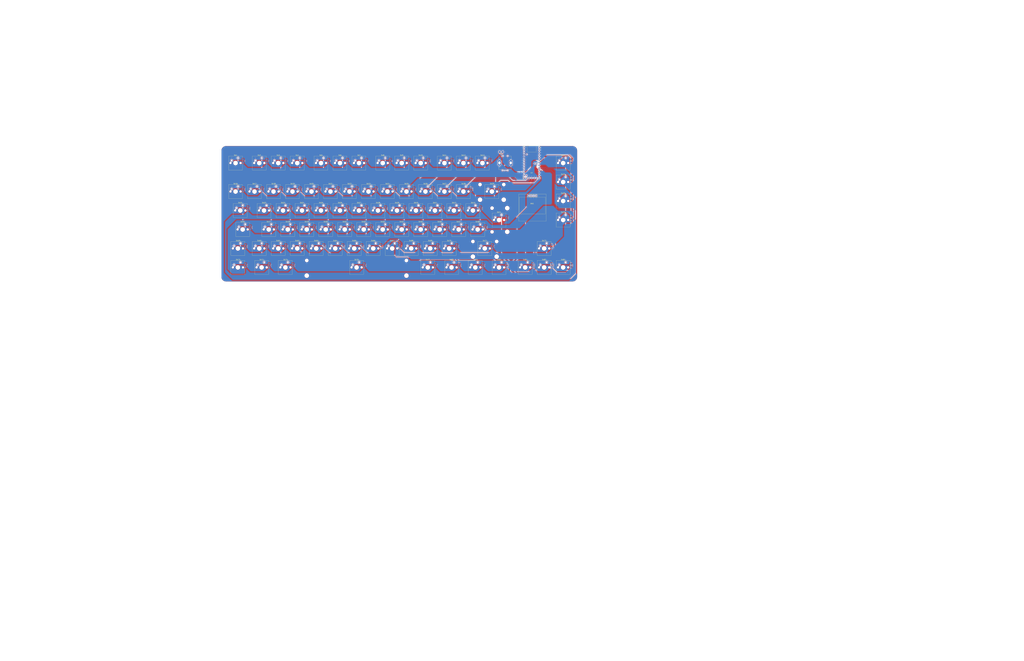
<source format=kicad_pcb>
(kicad_pcb (version 20241229) (generator "pcbnew") (generator_version "9.0")
  (layers (0 "F.Cu" signal) (2 "B.Cu" signal) (13 "F.Paste" user) (15 "B.Paste" user) (5 "F.SilkS" user "F.Silkscreen") (7 "B.SilkS" user "B.Silkscreen") (1 "F.Mask" user) (3 "B.Mask" user) (25 "Edge.Cuts" user))
  (net 0 "")
  (net 1 "ROW1")
  (net 2 "Net-(D1-A)")
  (net 3 "Net-(D2-A)")
  (net 4 "Net-(D3-A)")
  (net 5 "Net-(D4-A)")
  (net 6 "Net-(D5-A)")
  (net 7 "Net-(D6-A)")
  (net 8 "Net-(D7-A)")
  (net 9 "Net-(D8-A)")
  (net 10 "ROW2")
  (net 11 "Net-(D9-A)")
  (net 12 "Net-(D10-A)")
  (net 13 "Net-(D11-A)")
  (net 14 "Net-(D12-A)")
  (net 15 "Net-(D13-A)")
  (net 16 "Net-(D14-A)")
  (net 17 "ROW3")
  (net 18 "Net-(D15-A)")
  (net 19 "Net-(D16-A)")
  (net 20 "Net-(D17-A)")
  (net 21 "Net-(D18-A)")
  (net 22 "Net-(D19-A)")
  (net 23 "Net-(D20-A)")
  (net 24 "Net-(D21-A)")
  (net 25 "Net-(D22-A)")
  (net 26 "ROW4")
  (net 27 "Net-(D23-A)")
  (net 28 "Net-(D24-A)")
  (net 29 "Net-(D25-A)")
  (net 30 "Net-(D26-A)")
  (net 31 "Net-(D27-A)")
  (net 32 "Net-(D28-A)")
  (net 33 "ROW5")
  (net 34 "Net-(D29-A)")
  (net 35 "Net-(D30-A)")
  (net 36 "Net-(D31-A)")
  (net 37 "Net-(D32-A)")
  (net 38 "Net-(D33-A)")
  (net 39 "Net-(D34-A)")
  (net 40 "Net-(D35-A)")
  (net 41 "ROW6")
  (net 42 "Net-(D37-A)")
  (net 43 "Net-(D38-A)")
  (net 44 "Net-(D39-A)")
  (net 45 "Net-(D40-A)")
  (net 46 "Net-(D41-A)")
  (net 47 "Net-(D42-A)")
  (net 48 "COL14")
  (net 49 "Net-(D43-A)")
  (net 50 "Net-(D44-A)")
  (net 51 "Net-(D45-A)")
  (net 52 "Net-(D46-A)")
  (net 53 "Net-(D47-A)")
  (net 54 "Net-(D48-A)")
  (net 55 "Net-(D49-A)")
  (net 56 "Net-(D50-A)")
  (net 57 "COL8")
  (net 58 "Net-(D51-A)")
  (net 59 "Net-(D52-A)")
  (net 60 "Net-(D53-A)")
  (net 61 "Net-(D54-A)")
  (net 62 "Net-(D55-A)")
  (net 63 "Net-(D56-A)")
  (net 64 "COL9")
  (net 65 "Net-(D57-A)")
  (net 66 "Net-(D58-A)")
  (net 67 "Net-(D59-A)")
  (net 68 "Net-(D60-A)")
  (net 69 "Net-(D61-A)")
  (net 70 "Net-(D62-A)")
  (net 71 "Net-(D63-A)")
  (net 72 "Net-(D64-A)")
  (net 73 "COL10")
  (net 74 "Net-(D65-A)")
  (net 75 "Net-(D66-A)")
  (net 76 "Net-(D67-A)")
  (net 77 "Net-(D68-A)")
  (net 78 "Net-(D69-A)")
  (net 79 "Net-(D70-A)")
  (net 80 "COL11")
  (net 81 "Net-(D71-A)")
  (net 82 "Net-(D72-A)")
  (net 83 "Net-(D73-A)")
  (net 84 "Net-(D74-A)")
  (net 85 "Net-(D75-A)")
  (net 86 "Net-(D76-A)")
  (net 87 "Net-(D77-A)")
  (net 88 "COL12")
  (net 89 "Net-(D78-A)")
  (net 90 "Net-(D79-A)")
  (net 91 "Net-(D80-A)")
  (net 92 "Net-(D81-A)")
  (net 93 "Net-(D82-A)")
  (net 94 "Net-(D83-A)")
  (net 95 "Net-(D85-A)")
  (net 96 "COL7")
  (net 97 "GPIO3")
  (net 98 "GND")
  (net 101 "GPIO2")
  (net 102 "COL1")
  (net 103 "COL2")
  (net 104 "COL3")
  (net 105 "COL4")
  (net 106 "COL5")
  (net 107 "COL6")
  (net 108 "COL13")
  (net 112 "COL15")
  (net 114 "Net-(D36-A)")
  (net 115 "Net-(Brd1-SDA)")
  (net 116 "Net-(Brd1-VCC)")
  (net 117 "Net-(Brd1-SCL)")
  (footprint "Button_Switch_Keyboard:SW_Cherry_MX_1.00u_PCB" (layer "F.Cu") (at 71.4375 104.775)
    (property "Reference" "SW47")
    (property "Value" "SW_Push")
  )
  (footprint "Button_Switch_Keyboard:SW_Cherry_MX_1.00u_PCB" (layer "F.Cu") (at 104.775 85.725)
    (property "Reference" "SW34")
    (property "Value" "SW_Push")
  )
  (footprint "Button_Switch_Keyboard:SW_Cherry_MX_1.25u_PCB" (layer "F.Cu") (at 230.98125 142.875)
    (property "Reference" "SW77")
    (property "Value" "SW_Push")
  )
  (footprint "Button_Switch_Keyboard:SW_Cherry_MX_1.25u_PCB" (layer "F.Cu") (at 254.79375 142.875)
    (property "Reference" "SW78")
    (property "Value" "SW_Push")
  )
  (footprint "Button_Switch_Keyboard:SW_Cherry_MX_1.00u_PCB" (layer "F.Cu") (at 204.7875 38.1)
    (property "Reference" "SW9")
    (property "Value" "SW_Push")
  )
  (footprint "Button_Switch_Keyboard:SW_Cherry_MX_1.00u_PCB" (layer "F.Cu") (at 257.175 85.725)
    (property "Reference" "SW42")
    (property "Value" "SW_Push")
  )
  (footprint "Button_Switch_Keyboard:SW_Cherry_MX_1.00u_PCB" (layer "F.Cu") (at 171.45 66.675)
    (property "Reference" "SW23")
    (property "Value" "SW_Push")
  )
  (footprint "Button_Switch_Keyboard:SW_Cherry_MX_1.00u_PCB" (layer "F.Cu") (at 38.1 38.1)
    (property "Reference" "SW1")
    (property "Value" "SW_Push")
  )
  (footprint "Button_Switch_Keyboard:SW_Cherry_MX_1.00u_PCB" (layer "F.Cu") (at 233.3625 123.825)
    (property "Reference" "SW69")
    (property "Value" "SW_Push")
  )
  (footprint "Button_Switch_Keyboard:SW_Cherry_MX_1.00u_PCB" (layer "F.Cu") (at 147.6375 104.775)
    (property "Reference" "SW51")
    (property "Value" "SW_Push")
  )
  (footprint "Button_Switch_Keyboard:SW_Cherry_MX_1.00u_PCB" (layer "F.Cu") (at 261.9375 104.775)
    (property "Reference" "SW57")
    (property "Value" "SW_Push")
  )
  (footprint "Button_Switch_Keyboard:SW_Cherry_MX_2.00u_PCB" (layer "F.Cu") (at 295.275 66.675)
    (property "Reference" "SW29")
    (property "Value" "SW_Push")
  )
  (footprint "Button_Switch_Keyboard:SW_Cherry_MX_1.00u_PCB" (layer "F.Cu") (at 266.7 66.675)
    (property "Reference" "SW28")
    (property "Value" "SW_Push")
  )
  (footprint "Button_Switch_Keyboard:SW_Cherry_MX_1.25u_PCB" (layer "F.Cu") (at 64.29375 142.875)
    (property "Reference" "SW74")
    (property "Value" "SW_Push")
  )
  (footprint "Button_Switch_Keyboard:SW_Cherry_MX_1.00u_PCB" (layer "F.Cu") (at 276.225 85.725)
    (property "Reference" "SW43")
    (property "Value" "SW_Push")
  )
  (footprint "Button_Switch_Keyboard:SW_Cherry_MX_2.75u_PCB" (layer "F.Cu") (at 288.13125 123.825)
    (property "Reference" "SW71")
    (property "Value" "SW_Push")
  )
  (footprint "Button_Switch_Keyboard:SW_Cherry_MX_1.00u_PCB" (layer "F.Cu") (at 142.875 85.725)
    (property "Reference" "SW36")
    (property "Value" "SW_Push")
  )
  (footprint "Button_Switch_Keyboard:SW_Cherry_MX_1.00u_PCB" (layer "F.Cu") (at 128.5875 104.775)
    (property "Reference" "SW50")
    (property "Value" "SW_Push")
  )
  (footprint "Button_Switch_Keyboard:SW_Cherry_MX_6.25u_PCB" (layer "F.Cu") (at 159.54375 142.875)
    (property "Reference" "SW76")
    (property "Value" "SW_Push")
  )
  (footprint "Button_Switch_Keyboard:SW_Cherry_MX_1.00u_PCB" (layer "F.Cu") (at 280.9875 104.775)
    (property "Reference" "SW58")
    (property "Value" "SW_Push")
  )
  (footprint "Button_Switch_Keyboard:SW_Cherry_MX_1.00u_PCB" (layer "F.Cu") (at 38.1 66.675)
    (property "Reference" "SW16")
    (property "Value" "SW_Push")
  )
  (footprint "Button_Switch_Keyboard:SW_Cherry_MX_1.00u_PCB" (layer "F.Cu") (at 185.7375 104.775)
    (property "Reference" "SW53")
    (property "Value" "SW_Push")
  )
  (footprint "Button_Switch_Keyboard:SW_Cherry_MX_1.00u_PCB" (layer "F.Cu") (at 138.1125 123.825)
    (property "Reference" "SW64")
    (property "Value" "SW_Push")
  )
  (footprint "My-Lib:pro_micro_rp2040" (layer "F.Cu") (at 323.75 59.42)
    (property "Reference" "U1")
    (property "Value" "~")
  )
  (footprint "displays:oled_screen" (layer "F.Cu") (at 333.14 84.3)
    (property "Reference" "Brd1")
    (property "Value" "SSD1306")
  )
  (footprint "Button_Switch_Keyboard:SW_Cherry_MX_1.00u_PCB" (layer "F.Cu") (at 366.7125 57.15)
    (property "Reference" "SW15")
    (property "Value" "SW_Push")
  )
  (footprint "Button_Switch_Keyboard:SW_Cherry_MX_1.00u_PCB" (layer "F.Cu") (at 366.7125 95.25)
    (property "Reference" "SW45")
    (property "Value" "SW_Push")
  )
  (footprint "Button_Switch_Keyboard:SW_Cherry_MX_1.00u_PCB" (layer "F.Cu") (at 328.6125 142.875)
    (property "Reference" "SW81")
    (property "Value" "SW_Push")
  )
  (footprint "Button_Switch_Keyboard:SW_Cherry_MX_1.00u_PCB" (layer "F.Cu") (at 223.8375 104.775)
    (property "Reference" "SW55")
    (property "Value" "SW_Push")
  )
  (footprint "Button_Switch_Keyboard:SW_Cherry_MX_1.00u_PCB" (layer "F.Cu") (at 185.7375 38.1)
    (property "Reference" "SW8")
    (property "Value" "SW_Push")
  )
  (footprint "Button_Switch_Keyboard:SW_Cherry_MX_1.00u_PCB" (layer "F.Cu") (at 114.3 66.675)
    (property "Reference" "SW20")
    (property "Value" "SW_Push")
  )
  (footprint "Button_Switch_Keyboard:SW_Cherry_MX_1.00u_PCB" (layer "F.Cu") (at 61.9125 38.1)
    (property "Reference" "SW2")
    (property "Value" "SW_Push")
  )
  (footprint "Button_Switch_Keyboard:SW_Cherry_MX_1.00u_PCB" (layer "F.Cu") (at 161.925 85.725)
    (property "Reference" "SW37")
    (property "Value" "SW_Push")
  )
  (footprint "Button_Switch_Keyboard:SW_Cherry_MX_1.00u_PCB" (layer "F.Cu") (at 204.7875 104.775)
    (property "Reference" "SW54")
    (property "Value" "SW_Push")
  )
  (footprint "Button_Switch_Keyboard:SW_Cherry_MX_1.50u_PCB" (layer "F.Cu") (at 42.8625 85.725)
    (property "Reference" "SW31")
    (property "Value" "SW_Push")
  )
  (footprint "Button_Switch_Keyboard:SW_Cherry_MX_1.00u_PCB" (layer "F.Cu") (at 190.5 66.675)
    (property "Reference" "SW24")
    (property "Value" "SW_Push")
  )
  (footprint "Button_Switch_Keyboard:SW_Cherry_MX_1.00u_PCB" (layer "F.Cu") (at 100.0125 38.1)
    (property "Reference" "SW4")
    (property "Value" "SW_Push")
  )
  (footprint "Button_Switch_Keyboard:SW_Cherry_MX_1.00u_PCB" (layer "F.Cu") (at 95.25 66.675)
    (property "Reference" "SW19")
    (property "Value" "SW_Push")
  )
  (footprint "Button_Switch_Keyboard:SW_Cherry_MX_1.00u_PCB" (layer "F.Cu") (at 119.0625 123.825)
    (property "Reference" "SW63")
    (property "Value" "SW_Push")
  )
  (footprint "Button_Switch_Keyboard:SW_Cherry_MX_1.00u_PCB" (layer "F.Cu") (at 133.35 66.675)
    (property "Reference" "SW21")
    (property "Value" "SW_Push")
  )
  (footprint "Button_Switch_Keyboard:SW_Cherry_MX_1.25u_PCB" (layer "F.Cu") (at 302.41875 142.875)
    (property "Reference" "SW80")
    (property "Value" "SW_Push")
  )
  (footprint "Button_Switch_Keyboard:SW_Cherry_MX_1.00u_PCB" (layer "F.Cu") (at 85.725 85.725)
    (property "Reference" "SW33")
    (property "Value" "SW_Push")
  )
  (footprint "Button_Switch_Keyboard:SW_Cherry_MX_1.00u_PCB" (layer "F.Cu") (at 142.875 38.1)
    (property "Reference" "SW6")
    (property "Value" "SW_Push")
  )
  (footprint "Button_Switch_Keyboard:SW_Cherry_MX_1.00u_PCB" (layer "F.Cu") (at 180.975 85.725)
    (property "Reference" "SW38")
    (property "Value" "SW_Push")
  )
  (footprint "Button_Switch_Keyboard:SW_Cherry_MX_1.00u_PCB" (layer "F.Cu") (at 80.9625 123.825)
    (property "Reference" "SW61")
    (property "Value" "SW_Push")
  )
  (footprint "Button_Switch_Keyboard:SW_Cherry_MX_1.00u_PCB" (layer "F.Cu") (at 157.1625 123.825)
    (property "Reference" "SW65")
    (property "Value" "SW_Push")
  )
  (footprint "Button_Switch_Keyboard:SW_Cherry_MX_1.00u_PCB" (layer "F.Cu") (at 57.15 66.675)
    (property "Reference" "SW17")
    (property "Value" "SW_Push")
  )
  (footprint "Button_Switch_Keyboard:SW_Cherry_MX_1.00u_PCB" (layer "F.Cu") (at 242.8875 104.775)
    (property "Reference" "SW56")
    (property "Value" "SW_Push")
  )
  (footprint "Button_Switch_Keyboard:SW_Cherry_MX_1.00u_PCB" (layer "F.Cu") (at 109.5375 104.775)
    (property "Reference" "SW49")
    (property "Value" "SW_Push")
  )
  (footprint "Button_Switch_Keyboard:SW_Cherry_MX_1.00u_PCB" (layer "F.Cu") (at 123.825 38.1)
    (property "Reference" "SW5")
    (property "Value" "SW_Push")
  )
  (footprint "Button_Switch_Keyboard:SW_Cherry_MX_1.00u_PCB" (layer "F.Cu") (at 366.7125 76.2)
    (property "Reference" "SW30")
    (property "Value" "SW_Push")
  )
  (footprint "Button_Switch_Keyboard:SW_Cherry_MX_1.00u_PCB" (layer "F.Cu") (at 223.8375 38.1)
    (property "Reference" "SW10")
    (property "Value" "SW_Push")
  )
  (footprint "Button_Switch_Keyboard:SW_Cherry_MX_1.00u_PCB" (layer "F.Cu") (at 228.6 66.675)
    (property "Reference" "SW26")
    (property "Value" "SW_Push")
  )
  (footprint "Button_Switch_Keyboard:SW_Cherry_MX_1.00u_PCB" (layer "F.Cu") (at 285.75 38.1)
    (property "Reference" "SW13")
    (property "Value" "SW_Push")
  )
  (footprint "Button_Switch_Keyboard:SW_Cherry_MX_1.00u_PCB" (layer "F.Cu") (at 219.075 85.725)
    (property "Reference" "SW40")
    (property "Value" "SW_Push")
  )
  (footprint "My-Lib:XDCR_PEC11R-4215F-S0024" (layer "F.Cu") (at 306 43)
    (property "Reference" "MT1")
    (property "Value" "PEC11R-4215F-S0024")
  )
  (footprint "Button_Switch_Keyboard:SW_Cherry_MX_1.00u_PCB" (layer "F.Cu") (at 252.4125 123.825)
    (property "Reference" "SW70")
    (property "Value" "SW_Push")
  )
  (footprint "Button_Switch_Keyboard:SW_Cherry_MX_1.00u_PCB" (layer "F.Cu") (at 61.9125 123.825)
    (property "Reference" "SW60")
    (property "Value" "SW_Push")
  )
  (footprint "Button_Switch_Keyboard:SW_Cherry_MX_1.00u_PCB" (layer "F.Cu") (at 247.65 66.675)
    (property "Reference" "SW27")
    (property "Value" "SW_Push")
  )
  (footprint "Button_Switch_Keyboard:SW_Cherry_MX_1.00u_PCB" (layer "F.Cu") (at 366.7125 38.1)
    (property "Reference" "SW14")
    (property "Value" "SW_Push")
  )
  (footprint "Button_Switch_Keyboard:SW_Cherry_MX_1.00u_PCB" (layer "F.Cu") (at 66.675 85.725)
    (property "Reference" "SW32")
    (property "Value" "SW_Push")
  )
  (footprint "Button_Switch_Keyboard:SW_Cherry_MX_1.00u_PCB" (layer "F.Cu") (at 366.7125 142.875)
    (property "Reference" "SW83")
    (property "Value" "SW_Push")
  )
  (footprint "Button_Switch_Keyboard:SW_Cherry_MX_1.00u_PCB" (layer "F.Cu") (at 80.9625 38.1)
    (property "Reference" "SW3")
    (property "Value" "SW_Push")
  )
  (footprint "Button_Switch_Keyboard:SW_Cherry_MX_1.00u_PCB" (layer "F.Cu") (at 209.55 66.675)
    (property "Reference" "SW25")
    (property "Value" "SW_Push")
  )
  (footprint "Button_Switch_Keyboard:SW_Cherry_MX_1.00u_PCB" (layer "F.Cu") (at 266.7 38.1)
    (property "Reference" "SW12")
    (property "Value" "SW_Push")
  )
  (footprint "Button_Switch_Keyboard:SW_Cherry_MX_1.00u_PCB" (layer "F.Cu") (at 100.0125 123.825)
    (property "Reference" "SW62")
    (property "Value" "SW_Push")
  )
  (footprint "Button_Switch_Keyboard:SW_Cherry_MX_1.00u_PCB" (layer "F.Cu") (at 200.025 85.725)
    (property "Reference" "SW39")
    (property "Value" "SW_Push")
  )
  (footprint "Button_Switch_Keyboard:SW_Cherry_MX_1.00u_PCB" (layer "F.Cu") (at 238.125 85.725)
    (property "Reference" "SW41")
    (property "Value" "SW_Push")
  )
  (footprint "Button_Switch_Keyboard:SW_Cherry_MX_1.25u_PCB" (layer "F.Cu") (at 278.60625 142.875)
    (property "Reference" "SW79")
    (property "Value" "SW_Push")
  )
  (footprint "Button_Switch_Keyboard:SW_Cherry_MX_1.00u_PCB" (layer "F.Cu") (at 161.925 38.1)
    (property "Reference" "SW7")
    (property "Value" "SW_Push")
  )
  (footprint "Button_Switch_Keyboard:SW_Cherry_MX_1.00u_PCB" (layer "F.Cu") (at 195.2625 123.825)
    (property "Reference" "SW67")
    (property "Value" "SW_Push")
  )
  (footprint "Button_Switch_Keyboard:SW_Cherry_MX_1.00u_PCB" (layer "F.Cu") (at 90.4875 104.775)
    (property "Reference" "SW48")
    (property "Value" "SW_Push")
  )
  (footprint "Button_Switch_Keyboard:SW_Cherry_MX_1.00u_PCB" (layer "F.Cu") (at 347.6625 123.825)
    (property "Reference" "SW72")
    (property "Value" "SW_Push")
  )
  (footprint "Button_Switch_Keyboard:SW_Cherry_MX_1.00u_PCB" (layer "F.Cu") (at 123.825 85.725)
    (property "Reference" "SW35")
    (property "Value" "SW_Push")
  )
  (footprint "Button_Switch_Keyboard:SW_Cherry_MX_1.00u_PCB" (layer "F.Cu") (at 347.6625 142.875)
    (property "Reference" "SW82")
    (property "Value" "SW_Push")
  )
  (footprint "Button_Switch_Keyboard:SW_Cherry_MX_1.00u_PCB" (layer "F.Cu") (at 76.2 66.675)
    (property "Reference" "SW18")
    (property "Value" "SW_Push")
  )
  (footprint "Button_Switch_Keyboard:SW_Cherry_MX_ISOEnter_PCB" (layer "F.Cu") (at 302.41875 95.25)
    (property "Reference" "SW44")
    (property "Value" "SW_Push")
  )
  (footprint "Button_Switch_Keyboard:SW_Cherry_MX_1.00u_PCB" (layer "F.Cu") (at 247.65 38.1)
    (property "Reference" "SW11")
    (property "Value" "SW_Push")
  )
  (footprint "Button_Switch_Keyboard:SW_Cherry_MX_1.00u_PCB" (layer "F.Cu") (at 166.6875 104.775)
    (property "Reference" "SW52")
    (property "Value" "SW_Push")
  )
  (footprint "Button_Switch_Keyboard:SW_Cherry_MX_1.00u_PCB" (layer "F.Cu") (at 176.2125 123.825)
    (property "Reference" "SW66")
    (property "Value" "SW_Push")
  )
  (footprint "Button_Switch_Keyboard:SW_Cherry_MX_1.75u_PCB" (layer "F.Cu") (at 45.24375 104.775)
    (property "Reference" "SW46")
    (property "Value" "SW_Push")
  )
  (footprint "Button_Switch_Keyboard:SW_Cherry_MX_1.00u_PCB" (layer "F.Cu") (at 152.4 66.675)
    (property "Reference" "SW22")
    (property "Value" "SW_Push")
  )
  (footprint "Button_Switch_Keyboard:SW_Cherry_MX_1.00u_PCB" (layer "F.Cu") (at 214.3125 123.825)
    (property "Reference" "SW68")
    (property "Value" "SW_Push")
  )
  (footprint "Button_Switch_Keyboard:SW_Cherry_MX_1.25u_PCB" (layer "F.Cu") (at 88.10625 142.875)
    (property "Reference" "SW75")
    (property "Value" "SW_Push")
  )
  (footprint "Button_Switch_Keyboard:SW_Cherry_MX_1.25u_PCB" (layer "F.Cu") (at 40.48125 123.825)
    (property "Reference" "SW59")
    (property "Value" "SW_Push")
  )
  (footprint "Button_Switch_Keyboard:SW_Cherry_MX_1.25u_PCB" (layer "F.Cu") (at 40.48125 142.875)
    (property "Reference" "SW73")
    (property "Value" "SW_Push")
  )
  (footprint "Crystal:Crystal_SMD_G8-2Pin_3.2x1.5mm_HandSoldering" (layer "B.Cu") (at 200.3425 126.855 90)
    (property "Reference" "D67")
    (property "Value" "1N4148")
  )
  (footprint "Crystal:Crystal_SMD_G8-2Pin_3.2x1.5mm_HandSoldering" (layer "B.Cu") (at 105.0925 126.855 90)
    (property "Reference" "D62")
    (property "Value" "1N4148")
  )
  (footprint "Crystal:Crystal_SMD_G8-2Pin_3.2x1.5mm_HandSoldering" (layer "B.Cu") (at 128.905 41.13 90)
    (property "Reference" "D5")
    (property "Value" "1N4148")
  )
  (footprint "Crystal:Crystal_SMD_G8-2Pin_3.2x1.5mm_HandSoldering" (layer "B.Cu") (at 167.005 88.755 90)
    (property "Reference" "D37")
    (property "Value" "1N4148")
  )
  (footprint "Crystal:Crystal_SMD_G8-2Pin_3.2x1.5mm_HandSoldering" (layer "B.Cu") (at 171.7675 107.805 90)
    (property "Reference" "D52")
    (property "Value" "1N4148")
  )
  (footprint "Crystal:Crystal_SMD_G8-2Pin_3.2x1.5mm_HandSoldering" (layer "B.Cu") (at 190.8175 107.805 90)
    (property "Reference" "D53")
    (property "Value" "1N4148")
  )
  (footprint "Crystal:Crystal_SMD_G8-2Pin_3.2x1.5mm_HandSoldering" (layer "B.Cu") (at 209.8675 41.13 90)
    (property "Reference" "D9")
    (property "Value" "1N4148")
  )
  (footprint "Crystal:Crystal_SMD_G8-2Pin_3.2x1.5mm_HandSoldering" (layer "B.Cu") (at 243.205 88.755 90)
    (property "Reference" "D41")
    (property "Value" "1N4148")
  )
  (footprint "Crystal:Crystal_SMD_G8-2Pin_3.2x1.5mm_HandSoldering" (layer "B.Cu") (at 333.6925 145.905 90)
    (property "Reference" "D81")
    (property "Value" "1N4148")
  )
  (footprint "Crystal:Crystal_SMD_G8-2Pin_3.2x1.5mm_HandSoldering" (layer "B.Cu") (at 152.7175 107.805 90)
    (property "Reference" "D51")
    (property "Value" "1N4148")
  )
  (footprint "Crystal:Crystal_SMD_G8-2Pin_3.2x1.5mm_HandSoldering" (layer "B.Cu") (at 281.305 88.755 90)
    (property "Reference" "D43")
    (property "Value" "1N4148")
  )
  (footprint "Crystal:Crystal_SMD_G8-2Pin_3.2x1.5mm_HandSoldering" (layer "B.Cu") (at 252.73 41.13 90)
    (property "Reference" "D11")
    (property "Value" "1N4148")
  )
  (footprint "Crystal:Crystal_SMD_G8-2Pin_3.2x1.5mm_HandSoldering" (layer "B.Cu") (at 157.48 69.705 90)
    (property "Reference" "D22")
    (property "Value" "1N4148")
  )
  (footprint "Crystal:Crystal_SMD_G8-2Pin_3.2x1.5mm_HandSoldering" (layer "B.Cu") (at 76.5175 107.805 90)
    (property "Reference" "D47")
    (property "Value" "1N4148")
  )
  (footprint "Crystal:Crystal_SMD_G8-2Pin_3.2x1.5mm_HandSoldering" (layer "B.Cu") (at 286.0675 107.805 90)
    (property "Reference" "D58")
    (property "Value" "1N4148")
  )
  (footprint "Crystal:Crystal_SMD_G8-2Pin_3.2x1.5mm_HandSoldering" (layer "B.Cu") (at 214.63 69.705 90)
    (property "Reference" "D25")
    (property "Value" "1N4148")
  )
  (footprint "Crystal:Crystal_SMD_G8-2Pin_3.2x1.5mm_HandSoldering" (layer "B.Cu") (at 236.06125 145.905 90)
    (property "Reference" "D77")
    (property "Value" "1N4148")
  )
  (footprint "Crystal:Crystal_SMD_G8-2Pin_3.2x1.5mm_HandSoldering" (layer "B.Cu") (at 66.9925 41.13 90)
    (property "Reference" "D2")
    (property "Value" "1N4148")
  )
  (footprint "Crystal:Crystal_SMD_G8-2Pin_3.2x1.5mm_HandSoldering" (layer "B.Cu") (at 105.0925 41.13 90)
    (property "Reference" "D4")
    (property "Value" "1N4148")
  )
  (footprint "Crystal:Crystal_SMD_G8-2Pin_3.2x1.5mm_HandSoldering" (layer "B.Cu") (at 86.0425 41.13 90)
    (property "Reference" "D3")
    (property "Value" "1N4148")
  )
  (footprint "Crystal:Crystal_SMD_G8-2Pin_3.2x1.5mm_HandSoldering" (layer "B.Cu") (at 228.9175 107.805 90)
    (property "Reference" "D55")
    (property "Value" "1N4148")
  )
  (footprint "Crystal:Crystal_SMD_G8-2Pin_3.2x1.5mm_HandSoldering" (layer "B.Cu") (at 95.5675 107.805 90)
    (property "Reference" "D48")
    (property "Value" "1N4148")
  )
  (footprint "Crystal:Crystal_SMD_G8-2Pin_3.2x1.5mm_HandSoldering" (layer "B.Cu") (at 164.62375 145.905 90)
    (property "Reference" "D76")
    (property "Value" "1N4148")
  )
  (footprint "Crystal:Crystal_SMD_G8-2Pin_3.2x1.5mm_HandSoldering" (layer "B.Cu") (at 47.9425 88.755 90)
    (property "Reference" "D31")
    (property "Value" "1N4148")
  )
  (footprint "Crystal:Crystal_SMD_G8-2Pin_3.2x1.5mm_HandSoldering" (layer "B.Cu") (at 267.0175 107.805 90)
    (property "Reference" "D57")
    (property "Value" "1N4148")
  )
  (footprint "Crystal:Crystal_SMD_G8-2Pin_3.2x1.5mm_HandSoldering" (layer "B.Cu") (at 271.78 69.705 90)
    (property "Reference" "D28")
    (property "Value" "1N4148")
  )
  (footprint "Crystal:Crystal_SMD_G8-2Pin_3.2x1.5mm_HandSoldering" (layer "B.Cu") (at 109.855 88.755 90)
    (property "Reference" "D34")
    (property "Value" "1N4148")
  )
  (footprint "Crystal:Crystal_SMD_G8-2Pin_3.2x1.5mm_HandSoldering" (layer "B.Cu") (at 86.0425 126.855 90)
    (property "Reference" "D61")
    (property "Value" "1N4148")
  )
  (footprint "Crystal:Crystal_SMD_G8-2Pin_3.2x1.5mm_HandSoldering" (layer "B.Cu") (at 45.56125 145.905 90)
    (property "Reference" "D73")
    (property "Value" "1N4148")
  )
  (footprint "Crystal:Crystal_SMD_G8-2Pin_3.2x1.5mm_HandSoldering" (layer "B.Cu") (at 133.6675 107.805 90)
    (property "Reference" "D50")
    (property "Value" "1N4148")
  )
  (footprint "Crystal:Crystal_SMD_G8-2Pin_3.2x1.5mm_HandSoldering" (layer "B.Cu") (at 233.68 69.705 90)
    (property "Reference" "D26")
    (property "Value" "1N4148")
  )
  (footprint "Crystal:Crystal_SMD_G8-2Pin_3.2x1.5mm_HandSoldering" (layer "B.Cu") (at 186.055 88.755 90)
    (property "Reference" "D38")
    (property "Value" "1N4148")
  )
  (footprint "Crystal:Crystal_SMD_G8-2Pin_3.2x1.5mm_HandSoldering" (layer "B.Cu") (at 114.6175 107.805 90)
    (property "Reference" "D49")
    (property "Value" "1N4148")
  )
  (footprint "Crystal:Crystal_SMD_G8-2Pin_3.2x1.5mm_HandSoldering" (layer "B.Cu") (at 128.905 88.755 90)
    (property "Reference" "D35")
    (property "Value" "1N4148")
  )
  (footprint "Crystal:Crystal_SMD_G8-2Pin_3.2x1.5mm_HandSoldering" (layer "B.Cu") (at 352.7425 126.855 90)
    (property "Reference" "D72")
    (property "Value" "1N4148")
  )
  (footprint "Crystal:Crystal_SMD_G8-2Pin_3.2x1.5mm_HandSoldering" (layer "B.Cu") (at 81.28 69.705 90)
    (property "Reference" "D18")
    (property "Value" "1N4148")
  )
  (footprint "Crystal:Crystal_SMD_G8-2Pin_3.2x1.5mm_HandSoldering" (layer "B.Cu") (at 293.21125 126.855 90)
    (property "Reference" "D71")
    (property "Value" "1N4148")
  )
  (footprint "Crystal:Crystal_SMD_G8-2Pin_3.2x1.5mm_HandSoldering" (layer "B.Cu") (at 43.18 69.705 90)
    (property "Reference" "D16")
    (property "Value" "1N4148")
  )
  (footprint "Crystal:Crystal_SMD_G8-2Pin_3.2x1.5mm_HandSoldering" (layer "B.Cu") (at 224.155 88.755 90)
    (property "Reference" "D40")
    (property "Value" "1N4148")
  )
  (footprint "Crystal:Crystal_SMD_G8-2Pin_3.2x1.5mm_HandSoldering" (layer "B.Cu") (at 90.805 88.755 90)
    (property "Reference" "D33")
    (property "Value" "1N4148")
  )
  (footprint "Crystal:Crystal_SMD_G8-2Pin_3.2x1.5mm_HandSoldering" (layer "B.Cu") (at 147.955 41.13 90)
    (property "Reference" "D6")
    (property "Value" "1N4148")
  )
  (footprint "Crystal:Crystal_SMD_G8-2Pin_3.2x1.5mm_HandSoldering" (layer "B.Cu") (at 371.7925 145.905 90)
    (property "Reference" "D83")
    (property "Value" "1N4148")
  )
  (footprint "Crystal:Crystal_SMD_G8-2Pin_3.2x1.5mm_HandSoldering" (layer "B.Cu") (at 205.105 88.755 90)
    (property "Reference" "D39")
    (property "Value" "1N4148")
  )
  (footprint "Crystal:Crystal_SMD_G8-2Pin_3.2x1.5mm_HandSoldering" (layer "B.Cu") (at 147.955 88.755 90)
    (property "Reference" "D36")
    (property "Value" "1N4148")
  )
  (footprint "Crystal:Crystal_SMD_G8-2Pin_3.2x1.5mm_HandSoldering" (layer "B.Cu") (at 371.7925 98.28 90)
    (property "Reference" "D45")
    (property "Value" "1N4148")
  )
  (footprint "Crystal:Crystal_SMD_G8-2Pin_3.2x1.5mm_HandSoldering" (layer "B.Cu") (at 371.7925 79.23 90)
    (property "Reference" "D30")
    (property "Value" "1N4148")
  )
  (footprint "Crystal:Crystal_SMD_G8-2Pin_3.2x1.5mm_HandSoldering" (layer "B.Cu") (at 62.23 69.705 90)
    (property "Reference" "D17")
    (property "Value" "1N4148")
  )
  (footprint "Crystal:Crystal_SMD_G8-2Pin_3.2x1.5mm_HandSoldering" (layer "B.Cu") (at 307.49875 98.28 90)
    (property "Reference" "D44")
    (property "Value" "1N4148")
  )
  (footprint "Crystal:Crystal_SMD_G8-2Pin_3.2x1.5mm_HandSoldering" (layer "B.Cu") (at 271.78 41.13 90)
    (property "Reference" "D12")
    (property "Value" "1N4148")
  )
  (footprint "Crystal:Crystal_SMD_G8-2Pin_3.2x1.5mm_HandSoldering" (layer "B.Cu") (at 124.1425 126.855 90)
    (property "Reference" "D63")
    (property "Value" "1N4148")
  )
  (footprint "Crystal:Crystal_SMD_G8-2Pin_3.2x1.5mm_HandSoldering" (layer "B.Cu") (at 119.38 69.705 90)
    (property "Reference" "D20")
    (property "Value" "1N4148")
  )
  (footprint "Crystal:Crystal_SMD_G8-2Pin_3.2x1.5mm_HandSoldering" (layer "B.Cu") (at 100.33 69.705 90)
    (property "Reference" "D19")
    (property "Value" "1N4148")
  )
  (footprint "Crystal:Crystal_SMD_G8-2Pin_3.2x1.5mm_HandSoldering" (layer "B.Cu") (at 371.7925 41.13 90)
    (property "Reference" "D14")
    (property "Value" "1N4148")
  )
  (footprint "Crystal:Crystal_SMD_G8-2Pin_3.2x1.5mm_HandSoldering" (layer "B.Cu") (at 352.7425 145.905 90)
    (property "Reference" "D82")
    (property "Value" "1N4148")
  )
  (footprint "Crystal:Crystal_SMD_G8-2Pin_3.2x1.5mm_HandSoldering" (layer "B.Cu") (at 257.4925 126.855 90)
    (property "Reference" "D70")
    (property "Value" "1N4148")
  )
  (footprint "Crystal:Crystal_SMD_G8-2Pin_3.2x1.5mm_HandSoldering" (layer "B.Cu") (at 93.18625 145.905 90)
    (property "Reference" "D75")
    (property "Value" "1N4148")
  )
  (footprint "Crystal:Crystal_SMD_G8-2Pin_3.2x1.5mm_HandSoldering" (layer "B.Cu") (at 190.8175 41.13 90)
    (property "Reference" "D8")
    (property "Value" "1N4148")
  )
  (footprint "Crystal:Crystal_SMD_G8-2Pin_3.2x1.5mm_HandSoldering" (layer "B.Cu") (at 143.1925 126.855 90)
    (property "Reference" "D64")
    (property "Value" "1N4148")
  )
  (footprint "Crystal:Crystal_SMD_G8-2Pin_3.2x1.5mm_HandSoldering" (layer "B.Cu") (at 209.8675 107.805 90)
    (property "Reference" "D54")
    (property "Value" "1N4148")
  )
  (footprint "Crystal:Crystal_SMD_G8-2Pin_3.2x1.5mm_HandSoldering" (layer "B.Cu") (at 43.18 41.13 90)
    (property "Reference" "D1")
    (property "Value" "1N4148")
  )
  (footprint "Crystal:Crystal_SMD_G8-2Pin_3.2x1.5mm_HandSoldering" (layer "B.Cu") (at 259.87375 145.905 90)
    (property "Reference" "D78")
    (property "Value" "1N4148")
  )
  (footprint "Crystal:Crystal_SMD_G8-2Pin_3.2x1.5mm_HandSoldering" (layer "B.Cu") (at 167.005 41.13 90)
    (property "Reference" "D7")
    (property "Value" "1N4148")
  )
  (footprint "Crystal:Crystal_SMD_G8-2Pin_3.2x1.5mm_HandSoldering" (layer "B.Cu") (at 302 32)
    (property "Reference" "D85")
    (property "Value" "1N4148")
  )
  (footprint "Crystal:Crystal_SMD_G8-2Pin_3.2x1.5mm_HandSoldering" (layer "B.Cu") (at 50.32375 107.805 90)
    (property "Reference" "D46")
    (property "Value" "1N4148")
  )
  (footprint "Crystal:Crystal_SMD_G8-2Pin_3.2x1.5mm_HandSoldering" (layer "B.Cu") (at 300.355 69.705 90)
    (property "Reference" "D29")
    (property "Value" "1N4148")
  )
  (footprint "Crystal:Crystal_SMD_G8-2Pin_3.2x1.5mm_HandSoldering" (layer "B.Cu") (at 45.56125 126.855 90)
    (property "Reference" "D59")
    (property "Value" "1N4148")
  )
  (footprint "Crystal:Crystal_SMD_G8-2Pin_3.2x1.5mm_HandSoldering" (layer "B.Cu") (at 307.49875 145.905 90)
    (property "Reference" "D80")
    (property "Value" "1N4148")
  )
  (footprint "Crystal:Crystal_SMD_G8-2Pin_3.2x1.5mm_HandSoldering" (layer "B.Cu") (at 69.37375 145.905 90)
    (property "Reference" "D74")
    (property "Value" "1N4148")
  )
  (footprint "Crystal:Crystal_SMD_G8-2Pin_3.2x1.5mm_HandSoldering" (layer "B.Cu") (at 176.53 69.705 90)
    (property "Reference" "D23")
    (property "Value" "1N4148")
  )
  (footprint "Crystal:Crystal_SMD_G8-2Pin_3.2x1.5mm_HandSoldering" (layer "B.Cu") (at 66.9925 126.855 90)
    (property "Reference" "D60")
    (property "Value" "1N4148")
  )
  (footprint "Crystal:Crystal_SMD_G8-2Pin_3.2x1.5mm_HandSoldering" (layer "B.Cu") (at 290.83 41.13 90)
    (property "Reference" "D13")
    (property "Value" "1N4148")
  )
  (footprint "Crystal:Crystal_SMD_G8-2Pin_3.2x1.5mm_HandSoldering" (layer "B.Cu") (at 71.755 88.755 90)
    (property "Reference" "D32")
    (property "Value" "1N4148")
  )
  (footprint "Crystal:Crystal_SMD_G8-2Pin_3.2x1.5mm_HandSoldering" (layer "B.Cu") (at 195.58 69.705 90)
    (property "Reference" "D24")
    (property "Value" "1N4148")
  )
  (footprint "Crystal:Crystal_SMD_G8-2Pin_3.2x1.5mm_HandSoldering" (layer "B.Cu") (at 162.2425 126.855 90)
    (property "Reference" "D65")
    (property "Value" "1N4148")
  )
  (footprint "Crystal:Crystal_SMD_G8-2Pin_3.2x1.5mm_HandSoldering" (layer "B.Cu") (at 138.43 69.705 90)
    (property "Reference" "D21")
    (property "Value" "1N4148")
  )
  (footprint "Crystal:Crystal_SMD_G8-2Pin_3.2x1.5mm_HandSoldering" (layer "B.Cu") (at 228.9175 41.13 90)
    (property "Reference" "D10")
    (property "Value" "1N4148")
  )
  (footprint "Crystal:Crystal_SMD_G8-2Pin_3.2x1.5mm_HandSoldering" (layer "B.Cu") (at 262.255 88.755 90)
    (property "Reference" "D42")
    (property "Value" "1N4148")
  )
  (footprint "Crystal:Crystal_SMD_G8-2Pin_3.2x1.5mm_HandSoldering" (layer "B.Cu") (at 252.73 69.705 90)
    (property "Reference" "D27")
    (property "Value" "1N4148")
  )
  (footprint "Crystal:Crystal_SMD_G8-2Pin_3.2x1.5mm_HandSoldering" (layer "B.Cu") (at 283.68625 145.905 90)
    (property "Reference" "D79")
    (property "Value" "1N4148")
  )
  (footprint "Crystal:Crystal_SMD_G8-2Pin_3.2x1.5mm_HandSoldering" (layer "B.Cu") (at 238.4425 126.855 90)
    (property "Reference" "D69")
    (property "Value" "1N4148")
  )
  (footprint "Crystal:Crystal_SMD_G8-2Pin_3.2x1.5mm_HandSoldering" (layer "B.Cu") (at 219.3925 126.855 90)
    (property "Reference" "D68")
    (property "Value" "1N4148")
  )
  (footprint "Crystal:Crystal_SMD_G8-2Pin_3.2x1.5mm_HandSoldering" (layer "B.Cu") (at 371.7925 60.18 90)
    (property "Reference" "D15")
    (property "Value" "1N4148")
  )
  (footprint "Crystal:Crystal_SMD_G8-2Pin_3.2x1.5mm_HandSoldering" (layer "B.Cu") (at 247.9675 107.805 90)
    (property "Reference" "D56")
    (property "Value" "1N4148")
  )
  (footprint "Crystal:Crystal_SMD_G8-2Pin_3.2x1.5mm_HandSoldering" (layer "B.Cu") (at 181.2925 126.855 90)
    (property "Reference" "D66")
    (property "Value" "1N4148")
  )
  (gr_line (start 21 157.5) (end 21 30.7) (stroke (width 0.05)) (layer "Edge.Cuts"))
  (gr_arc (start 21 30.7) (mid 22.464466 27.164466) (end 26 25.7) (stroke (width 0.05)) (layer "Edge.Cuts"))
  (gr_arc (start 26 162.5) (mid 22.464466 161.035534) (end 21 157.5) (stroke (width 0.05)) (layer "Edge.Cuts"))
  (gr_line (start 26 25.7) (end 373.7 25.7) (stroke (width 0.05)) (layer "Edge.Cuts"))
  (gr_arc (start 373.7 25.7) (mid 377.235534 27.164466) (end 378.7 30.7) (stroke (width 0.05)) (layer "Edge.Cuts"))
  (gr_line (start 373.7 162.5) (end 26 162.5) (stroke (width 0.05)) (layer "Edge.Cuts"))
  (gr_line (start 378.7 30.7) (end 378.7 157.5) (stroke (width 0.05)) (layer "Edge.Cuts"))
  (gr_arc (start 378.7 157.5) (mid 377.235534 161.035534) (end 373.7 162.5) (stroke (width 0.05)) (layer "Edge.Cuts"))
  (segment (start 152.7 47.5) (end 162.26 47.5) (width 0.2) (layer "B.Cu") (net 1))
  (segment (start 171.75 47.5) (end 186.0725 47.5) (width 0.2) (layer "B.Cu") (net 1))
  (segment (start 62.2475 47.5) (end 66.9925 42.755) (width 0.2) (layer "B.Cu") (net 1))
  (segment (start 143.21 47.5) (end 147.955 42.755) (width 0.2) (layer "B.Cu") (net 1))
  (segment (start 334.5 40.5) (end 333 42) (width 0.2) (layer "B.Cu") (net 1))
  (segment (start 257.475 47.5) (end 267.035 47.5) (width 0.2) (layer "B.Cu") (net 1))
  (segment (start 205.1225 47.5) (end 209.8675 42.755) (width 0.2) (layer "B.Cu") (net 1))
  (segment (start 233.6625 47.5) (end 247.985 47.5) (width 0.2) (layer "B.Cu") (net 1))
  (segment (start 124.16 47.5) (end 128.905 42.755) (width 0.2) (layer "B.Cu") (net 1))
  (segment (start 162.26 47.5) (end 167.005 42.755) (width 0.2) (layer "B.Cu") (net 1))
  (segment (start 100.3475 47.5) (end 105.0925 42.755) (width 0.2) (layer "B.Cu") (net 1))
  (segment (start 348.16 35) (end 340.24 42.92) (width 0.2) (layer "B.Cu") (net 1))
  (segment (start 276.525 47.5) (end 286.085 47.5) (width 0.2) (layer "B.Cu") (net 1))
  (segment (start 72.2065 47.969) (end 80.8285 47.969) (width 0.2) (layer "B.Cu") (net 1))
  (segment (start 147.955 42.755) (end 152.7 47.5) (width 0.2) (layer "B.Cu") (net 1))
  (segment (start 337.82 40.5) (end 334.5 40.5) (width 0.2) (layer "B.Cu") (net 1))
  (segment (start 300.375 35.625) (end 300.375 32) (width 0.2) (layer "B.Cu") (net 1))
  (segment (start 340.24 42.92) (end 337.82 40.5) (width 0.2) (layer "B.Cu") (net 1))
  (segment (start 293.245 42.755) (end 300.375 35.625) (width 0.2) (layer "B.Cu") (net 1))
  (segment (start 228.9175 42.755) (end 233.6625 47.5) (width 0.2) (layer "B.Cu") (net 1))
  (segment (start 316.033 51.967) (end 316 52) (width 0.2) (layer "B.Cu") (net 1))
  (segment (start 90.7875 47.5) (end 100.3475 47.5) (width 0.2) (layer "B.Cu") (net 1))
  (segment (start 327.033 51.967) (end 316.033 51.967) (width 0.2) (layer "B.Cu") (net 1))
  (segment (start 43.18 42.755) (end 47.925 47.5) (width 0.2) (layer "B.Cu") (net 1))
  (segment (start 80.8285 47.969) (end 86.0425 42.755) (width 0.2) (layer "B.Cu") (net 1))
  (segment (start 86.0425 42.755) (end 90.7875 47.5) (width 0.2) (layer "B.Cu") (net 1))
  (segment (start 374 38) (end 371 35) (width 0.2) (layer "B.Cu") (net 1))
  (segment (start 190.8175 42.755) (end 195.5625 47.5) (width 0.2) (layer "B.Cu") (net 1))
  (segment (start 286.085 47.5) (end 290.83 42.755) (width 0.2) (layer "B.Cu") (net 1))
  (segment (start 247.985 47.5) (end 252.73 42.755) (width 0.2) (layer "B.Cu") (net 1))
  (segment (start 374 40.5475) (end 374 38) (width 0.2) (layer "B.Cu") (net 1))
  (segment (start 302.75 42.75) (end 302.75 38) (width 0.2) (layer "B.Cu") (net 1))
  (segment (start 209.8675 42.755) (end 214.6125 47.5) (width 0.2) (layer "B.Cu") (net 1))
  (segment (start 290.83 42.755) (end 293.245 42.755) (width 0.2) (layer "B.Cu") (net 1))
  (segment (start 267.035 47.5) (end 271.78 42.755) (width 0.2) (layer "B.Cu") (net 1))
  (segment (start 333 42) (end 333 46) (width 0.2) (layer "B.Cu") (net 1))
  (segment (start 66.9925 42.755) (end 72.2065 47.969) (width 0.2) (layer "B.Cu") (net 1))
  (segment (start 47.925 47.5) (end 62.2475 47.5) (width 0.2) (layer "B.Cu") (net 1))
  (segment (start 195.5625 47.5) (end 205.1225 47.5) (width 0.2) (layer "B.Cu") (net 1))
  (segment (start 371.7925 42.755) (end 374 40.5475) (width 0.2) (layer "B.Cu") (net 1))
  (segment (start 167.005 42.755) (end 171.75 47.5) (width 0.2) (layer "B.Cu") (net 1))
  (segment (start 271.78 42.755) (end 276.525 47.5) (width 0.2) (layer "B.Cu") (net 1))
  (segment (start 214.6125 47.5) (end 224.1725 47.5) (width 0.2) (layer "B.Cu") (net 1))
  (segment (start 312 48) (end 308 48) (width 0.2) (layer "B.Cu") (net 1))
  (segment (start 371 35) (end 348.16 35) (width 0.2) (layer "B.Cu") (net 1))
  (segment (start 308 48) (end 302.75 42.75) (width 0.2) (layer "B.Cu") (net 1))
  (segment (start 300.375 35.625) (end 302.75 38) (width 0.2) (layer "B.Cu") (net 1))
  (segment (start 105.0925 42.755) (end 109.8375 47.5) (width 0.2) (layer "B.Cu") (net 1))
  (segment (start 333 46) (end 327.033 51.967) (width 0.2) (layer "B.Cu") (net 1))
  (segment (start 316 52) (end 312 48) (width 0.2) (layer "B.Cu") (net 1))
  (segment (start 133.65 47.5) (end 143.21 47.5) (width 0.2) (layer "B.Cu") (net 1))
  (segment (start 252.73 42.755) (end 257.475 47.5) (width 0.2) (layer "B.Cu") (net 1))
  (segment (start 109.8375 47.5) (end 124.16 47.5) (width 0.2) (layer "B.Cu") (net 1))
  (segment (start 186.0725 47.5) (end 190.8175 42.755) (width 0.2) (layer "B.Cu") (net 1))
  (segment (start 128.905 42.755) (end 133.65 47.5) (width 0.2) (layer "B.Cu") (net 1))
  (segment (start 224.1725 47.5) (end 228.9175 42.755) (width 0.2) (layer "B.Cu") (net 1))
  (segment (start 42.045 40.64) (end 43.18 39.505) (width 0.2) (layer "B.Cu") (net 2))
  (segment (start 31.75 40.64) (end 42.045 40.64) (width 0.2) (layer "B.Cu") (net 2))
  (segment (start 65.8575 40.64) (end 66.9925 39.505) (width 0.2) (layer "B.Cu") (net 3))
  (segment (start 55.5625 40.64) (end 65.8575 40.64) (width 0.2) (layer "B.Cu") (net 3))
  (segment (start 74.6125 40.64) (end 84.9075 40.64) (width 0.2) (layer "B.Cu") (net 4))
  (segment (start 84.9075 40.64) (end 86.0425 39.505) (width 0.2) (layer "B.Cu") (net 4))
  (segment (start 103.9575 40.64) (end 105.0925 39.505) (width 0.2) (layer "B.Cu") (net 5))
  (segment (start 93.6625 40.64) (end 103.9575 40.64) (width 0.2) (layer "B.Cu") (net 5))
  (segment (start 127.77 40.64) (end 128.905 39.505) (width 0.2) (layer "B.Cu") (net 6))
  (segment (start 117.475 40.64) (end 127.77 40.64) (width 0.2) (layer "B.Cu") (net 6))
  (segment (start 136.525 40.64) (end 146.82 40.64) (width 0.2) (layer "B.Cu") (net 7))
  (segment (start 146.82 40.64) (end 147.955 39.505) (width 0.2) (layer "B.Cu") (net 7))
  (segment (start 155.575 40.64) (end 165.87 40.64) (width 0.2) (layer "B.Cu") (net 8))
  (segment (start 165.87 40.64) (end 167.005 39.505) (width 0.2) (layer "B.Cu") (net 8))
  (segment (start 179.3875 40.64) (end 189.6825 40.64) (width 0.2) (layer "B.Cu") (net 9))
  (segment (start 189.6825 40.64) (end 190.8175 39.505) (width 0.2) (layer "B.Cu") (net 9))
  (segment (start 119.38 71.33) (end 124.05 76) (width 0.2) (layer "B.Cu") (net 10))
  (segment (start 336 52.5) (end 336 47.5) (width 0.2) (layer "B.Cu") (net 10))
  (segment (start 219.3 76) (end 229.01 76) (width 0.2) (layer "B.Cu") (net 10))
  (segment (start 336 47.5) (end 338.04 45.46) (width 0.2) (layer "B.Cu") (net 10))
  (segment (start 257.4 76) (end 267.11 76) (width 0.2) (layer "B.Cu") (net 10))
  (segment (start 276.45 76) (end 295.685 76) (width 0.2) (layer "B.Cu") (net 10))
  (segment (start 171.86 76) (end 176.53 71.33) (width 0.2) (layer "B.Cu") (net 10))
  (segment (start 105 76) (end 114.71 76) (width 0.2) (layer "B.Cu") (net 10))
  (segment (start 195.58 71.33) (end 200.25 76) (width 0.2) (layer "B.Cu") (net 10))
  (segment (start 190.91 76) (end 195.58 71.33) (width 0.2) (layer "B.Cu") (net 10))
  (segment (start 375 60) (end 375 57) (width 0.2) (layer "B.Cu") (net 10))
  (segment (start 200.25 76) (end 209.96 76) (width 0.2) (layer "B.Cu") (net 10))
  (segment (start 76.61 76) (end 81.28 71.33) (width 0.2) (layer "B.Cu") (net 10))
  (segment (start 339 55.5) (end 339 59) (width 0.2) (layer "B.Cu") (net 10))
  (segment (start 152.81 76) (end 157.48 71.33) (width 0.2) (layer "B.Cu") (net 10))
  (segment (start 85.95 76) (end 95.66 76) (width 0.2) (layer "B.Cu") (net 10))
  (segment (start 176.53 71.33) (end 181.2 76) (width 0.2) (layer "B.Cu") (net 10))
  (segment (start 114.71 76) (end 119.38 71.33) (width 0.2) (layer "B.Cu") (net 10))
  (segment (start 62.23 71.33) (end 66.9 76) (width 0.2) (layer "B.Cu") (net 10))
  (segment (start 346.46 45.46) (end 340.24 45.46) (width 0.2) (layer "B.Cu") (net 10))
  (segment (start 339 59) (end 326.67 71.33) (width 0.2) (layer "B.Cu") (net 10))
  (segment (start 339 55.5) (end 336 52.5) (width 0.2) (layer "B.Cu") (net 10))
  (segment (start 47.85 76) (end 57.56 76) (width 0.2) (layer "B.Cu") (net 10))
  (segment (start 338.04 45.46) (end 340.24 45.46) (width 0.2) (layer "B.Cu") (net 10))
  (segment (start 252.73 71.33) (end 257.4 76) (width 0.2) (layer "B.Cu") (net 10))
  (segment (start 143.1 76) (end 152.81 76) (width 0.2) (layer "B.Cu") (net 10))
  (segment (start 66.9 76) (end 76.61 76) (width 0.2) (layer "B.Cu") (net 10))
  (segment (start 366 48) (end 349 48) (width 0.2) (layer "B.Cu") (net 10))
  (segment (start 233.68 71.33) (end 238.35 76) (width 0.2) (layer "B.Cu") (net 10))
  (segment (start 95.66 76) (end 100.33 71.33) (width 0.2) (layer "B.Cu") (net 10))
  (segment (start 371.7925 61.805) (end 373.195 61.805) (width 0.2) (layer "B.Cu") (net 10))
  (segment (start 43.18 71.33) (end 47.85 76) (width 0.2) (layer "B.Cu") (net 10))
  (segment (start 326.67 71.33) (end 300.355 71.33) (width 0.2) (layer "B.Cu") (net 10))
  (segment (start 238.35 76) (end 248.06 76) (width 0.2) (layer "B.Cu") (net 10))
  (segment (start 124.05 76) (end 133.76 76) (width 0.2) (layer "B.Cu") (net 10))
  (segment (start 248.06 76) (end 252.73 71.33) (width 0.2) (layer "B.Cu") (net 10))
  (segment (start 133.76 76) (end 138.43 71.33) (width 0.2) (layer "B.Cu") (net 10))
  (segment (start 349 48) (end 346.46 45.46) (width 0.2) (layer "B.Cu") (net 10))
  (segment (start 81.28 71.33) (end 85.95 76) (width 0.2) (layer "B.Cu") (net 10))
  (segment (start 162.15 76) (end 171.86 76) (width 0.2) (layer "B.Cu") (net 10))
  (segment (start 229.01 76) (end 233.68 71.33) (width 0.2) (layer "B.Cu") (net 10))
  (segment (start 100.33 71.33) (end 105 76) (width 0.2) (layer "B.Cu") (net 10))
  (segment (start 209.96 76) (end 214.63 71.33) (width 0.2) (layer "B.Cu") (net 10))
  (segment (start 267.11 76) (end 271.78 71.33) (width 0.2) (layer "B.Cu") (net 10))
  (segment (start 373.195 61.805) (end 375 60) (width 0.2) (layer "B.Cu") (net 10))
  (segment (start 138.43 71.33) (end 143.1 76) (width 0.2) (layer "B.Cu") (net 10))
  (segment (start 57.56 76) (end 62.23 71.33) (width 0.2) (layer "B.Cu") (net 10))
  (segment (start 214.63 71.33) (end 219.3 76) (width 0.2) (layer "B.Cu") (net 10))
  (segment (start 375 57) (end 366 48) (width 0.2) (layer "B.Cu") (net 10))
  (segment (start 271.78 71.33) (end 276.45 76) (width 0.2) (layer "B.Cu") (net 10))
  (segment (start 295.685 76) (end 300.355 71.33) (width 0.2) (layer "B.Cu") (net 10))
  (segment (start 181.2 76) (end 190.91 76) (width 0.2) (layer "B.Cu") (net 10))
  (segment (start 157.48 71.33) (end 162.15 76) (width 0.2) (layer "B.Cu") (net 10))
  (segment (start 198.4375 40.64) (end 208.7325 40.64) (width 0.2) (layer "B.Cu") (net 11))
  (segment (start 208.7325 40.64) (end 209.8675 39.505) (width 0.2) (layer "B.Cu") (net 11))
  (segment (start 217.4875 40.64) (end 227.7825 40.64) (width 0.2) (layer "B.Cu") (net 12))
  (segment (start 227.7825 40.64) (end 228.9175 39.505) (width 0.2) (layer "B.Cu") (net 12))
  (segment (start 241.3 40.64) (end 251.595 40.64) (width 0.2) (layer "B.Cu") (net 13))
  (segment (start 251.595 40.64) (end 252.73 39.505) (width 0.2) (layer "B.Cu") (net 13))
  (segment (start 260.35 40.64) (end 270.645 40.64) (width 0.2) (layer "B.Cu") (net 14))
  (segment (start 270.645 40.64) (end 271.78 39.505) (width 0.2) (layer "B.Cu") (net 14))
  (segment (start 289.695 40.64) (end 290.83 39.505) (width 0.2) (layer "B.Cu") (net 15))
  (segment (start 279.4 40.64) (end 289.695 40.64) (width 0.2) (layer "B.Cu") (net 15))
  (segment (start 371.7925 37.7925) (end 371.7925 39.505) (width 0.2) (layer "B.Cu") (net 16))
  (segment (start 360.3625 40.64) (end 365.0025 36) (width 0.2) (layer "B.Cu") (net 16))
  (segment (start 365.0025 36) (end 370 36) (width 0.2) (layer "B.Cu") (net 16))
  (segment (start 370 36) (end 371.7925 37.7925) (width 0.2) (layer "B.Cu") (net 16))
  (segment (start 32 94.5) (end 43.8225 94.5) (width 0.2) (layer "B.Cu") (net 17))
  (segment (start 162.385 95) (end 167.005 90.38) (width 0.2) (layer "B.Cu") (net 17))
  (segment (start 377.5 78.5) (end 377.5 153.5) (width 0.2) (layer "B.Cu") (net 17))
  (segment (start 52.5625 95) (end 67.135 95) (width 0.2) (layer "B.Cu") (net 17))
  (segment (start 71.755 90.38) (end 76.375 95) (width 0.2) (layer "B.Cu") (net 17))
  (segment (start 268.669 96.794) (end 274.891 96.794) (width 0.2) (layer "B.Cu") (net 17))
  (segment (start 303.90375 103.5) (end 307.49875 99.905) (width 0.2) (layer "B.Cu") (net 17))
  (segment (start 67.135 95) (end 71.755 90.38) (width 0.2) (layer "B.Cu") (net 17))
  (segment (start 375 76) (end 377.5 78.5) (width 0.2) (layer "B.Cu") (net 17))
  (segment (start 200.485 95) (end 205.105 90.38) (width 0.2) (layer "B.Cu") (net 17))
  (segment (start 76.375 95) (end 86.185 95) (width 0.2) (layer "B.Cu") (net 17))
  (segment (start 294.425 103.5) (end 303.90375 103.5) (width 0.2) (layer "B.Cu") (net 17))
  (segment (start 370 161) (end 32.5 161) (width 0.2) (layer "B.Cu") (net 17))
  (segment (start 143.335 95) (end 147.955 90.38) (width 0.2) (layer "B.Cu") (net 17))
  (segment (start 147.955 90.38) (end 152.575 95) (width 0.2) (layer "B.Cu") (net 17))
  (segment (start 47.9425 90.38) (end 52.5625 95) (width 0.2) (layer "B.Cu") (net 17))
  (segment (start 356 63) (end 356 51) (width 0.2) (layer "B.Cu") (net 17))
  (segment (start 347 48) (end 340.24 48) (width 0.2) (layer "B.Cu") (net 17))
  (segment (start 109.855 90.38) (end 114.475 95) (width 0.2) (layer "B.Cu") (net 17))
  (segment (start 24.5 153) (end 24.5 102) (width 0.2) (layer "B.Cu") (net 17))
  (segment (start 375 79) (end 375 76) (width 0.2) (layer "B.Cu") (net 17))
  (segment (start 238.585 95) (end 243.205 90.38) (width 0.2) (layer "B.Cu") (net 17))
  (segment (start 181.435 95) (end 186.055 90.38) (width 0.2) (layer "B.Cu") (net 17))
  (segment (start 219.535 95) (end 224.155 90.38) (width 0.2) (layer "B.Cu") (net 17))
  (segment (start 356 51) (end 354 49) (width 0.2) (layer "B.Cu") (net 17))
  (segment (start 375 76) (end 365 66) (width 0.2) (layer "B.Cu") (net 17))
  (segment (start 124.285 95) (end 128.905 90.38) (width 0.2) (layer "B.Cu") (net 17))
  (segment (start 190.675 95) (end 200.485 95) (width 0.2) (layer "B.Cu") (net 17))
  (segment (start 243.205 90.38) (end 247.825 95) (width 0.2) (layer "B.Cu") (net 17))
  (segment (start 90.805 90.38) (end 95.425 95) (width 0.2) (layer "B.Cu") (net 17))
  (segment (start 114.475 95) (end 124.285 95) (width 0.2) (layer "B.Cu") (net 17))
  (segment (start 167.005 90.38) (end 171.625 95) (width 0.2) (layer "B.Cu") (net 17))
  (segment (start 371.7925 80.855) (end 373.145 80.855) (width 0.2) (layer "B.Cu") (net 17))
  (segment (start 224.155 90.38) (end 228.775 95) (width 0.2) (layer "B.Cu") (net 17))
  (segment (start 133.525 95) (end 143.335 95) (width 0.2) (layer "B.Cu") (net 17))
  (segment (start 86.185 95) (end 90.805 90.38) (width 0.2) (layer "B.Cu") (net 17))
  (segment (start 281.305 90.38) (end 294.425 103.5) (width 0.2) (layer "B.Cu") (net 17))
  (segment (start 95.425 95) (end 105.235 95) (width 0.2) (layer "B.Cu") (net 17))
  (segment (start 24.5 102) (end 32 94.5) (width 0.2) (layer "B.Cu") (net 17))
  (segment (start 205.105 90.38) (end 209.725 95) (width 0.2) (layer "B.Cu") (net 17))
  (segment (start 257.635 95) (end 262.255 90.38) (width 0.2) (layer "B.Cu") (net 17))
  (segment (start 377.5 153.5) (end 370 161) (width 0.2) (layer "B.Cu") (net 17))
  (segment (start 186.055 90.38) (end 190.675 95) (width 0.2) (layer "B.Cu") (net 17))
  (segment (start 43.8225 94.5) (end 47.9425 90.38) (width 0.2) (layer "B.Cu") (net 17))
  (segment (start 128.905 90.38) (end 133.525 95) (width 0.2) (layer "B.Cu") (net 17))
  (segment (start 274.891 96.794) (end 281.305 90.38) (width 0.2) (layer "B.Cu") (net 17))
  (segment (start 354 49) (end 348 49) (width 0.2) (layer "B.Cu") (net 17))
  (segment (start 32.5 161) (end 24.5 153) (width 0.2) (layer "B.Cu") (net 17))
  (segment (start 247.825 95) (end 257.635 95) (width 0.2) (layer "B.Cu") (net 17))
  (segment (start 152.575 95) (end 162.385 95) (width 0.2) (layer "B.Cu") (net 17))
  (segment (start 209.725 95) (end 219.535 95) (width 0.2) (layer "B.Cu") (net 17))
  (segment (start 348 49) (end 347 48) (width 0.2) (layer "B.Cu") (net 17))
  (segment (start 365 66) (end 359 66) (width 0.2) (layer "B.Cu") (net 17))
  (segment (start 359 66) (end 356 63) (width 0.2) (layer "B.Cu") (net 17))
  (segment (start 373.145 80.855) (end 375 79) (width 0.2) (layer "B.Cu") (net 17))
  (segment (start 228.775 95) (end 238.585 95) (width 0.2) (layer "B.Cu") (net 17))
  (segment (start 262.255 90.38) (end 268.669 96.794) (width 0.2) (layer "B.Cu") (net 17))
  (segment (start 105.235 95) (end 109.855 90.38) (width 0.2) (layer "B.Cu") (net 17))
  (segment (start 171.625 95) (end 181.435 95) (width 0.2) (layer "B.Cu") (net 17))
  (segment (start 365 55.0525) (end 365 55) (width 0.2) (layer "B.Cu") (net 18))
  (segment (start 365 55) (end 368.2375 55) (width 0.2) (layer "B.Cu") (net 18))
  (segment (start 368.2375 55) (end 371.7925 58.555) (width 0.2) (layer "B.Cu") (net 18))
  (segment (start 360.3625 59.69) (end 365 55.0525) (width 0.2) (layer "B.Cu") (net 18))
  (segment (start 42.045 69.215) (end 43.18 68.08) (width 0.2) (layer "B.Cu") (net 19))
  (segment (start 31.75 69.215) (end 42.045 69.215) (width 0.2) (layer "B.Cu") (net 19))
  (segment (start 60.785 69.215) (end 62 68) (width 0.2) (layer "B.Cu") (net 20))
  (segment (start 50.8 69.215) (end 60.785 69.215) (width 0.2) (layer "B.Cu") (net 20))
  (segment (start 79.785 69.215) (end 81 68) (width 0.2) (layer "B.Cu") (net 21))
  (segment (start 69.85 69.215) (end 79.785 69.215) (width 0.2) (layer "B.Cu") (net 21))
  (segment (start 99.115 69.215) (end 100.33 68) (width 0.2) (layer "B.Cu") (net 22))
  (segment (start 88.9 69.215) (end 99.115 69.215) (width 0.2) (layer "B.Cu") (net 22))
  (segment (start 107.95 69.215) (end 118.245 69.215) (width 0.2) (layer "B.Cu") (net 23))
  (segment (start 118.245 69.215) (end 119.38 68.08) (width 0.2) (layer "B.Cu") (net 23))
  (segment (start 127 69.215) (end 137.295 69.215) (width 0.2) (layer "B.Cu") (net 24))
  (segment (start 137.295 69.215) (end 138.43 68.08) (width 0.2) (layer "B.Cu") (net 24))
  (segment (start 156.345 69.215) (end 157.48 68.08) (width 0.2) (layer "B.Cu") (net 25))
  (segment (start 146.05 69.215) (end 156.345 69.215) (width 0.2) (layer "B.Cu") (net 25))
  (segment (start 262.4475 114) (end 267.0175 109.43) (width 0.2) (layer "B.Cu") (net 26))
  (segment (start 228.9175 109.43) (end 233.4875 114) (width 0.2) (layer "B.Cu") (net 26))
  (segment (start 375 96.6975) (end 371.7925 99.905) (width 0.2) (layer "B.Cu") (net 26))
  (segment (start 171.7675 109.43) (end 176.3375 114) (width 0.2) (layer "B.Cu") (net 26))
  (segment (start 373 90.5) (end 375 92.5) (width 0.2) (layer "B.Cu") (net 26))
  (segment (start 186.2475 114) (end 190.8175 109.43) (width 0.2) (layer "B.Cu") (net 26))
  (segment (start 247.9675 109.43) (end 252.5375 114) (width 0.2) (layer "B.Cu") (net 26))
  (segment (start 167.1975 114) (end 171.7675 109.43) (width 0.2) (layer "B.Cu") (net 26))
  (segment (start 152.7175 109.43) (end 157.2875 114) (width 0.2) (layer "B.Cu") (net 26))
  (segment (start 95.5675 109.43) (end 100.1375 114) (width 0.2) (layer "B.Cu") (net 26))
  (segment (start 340.24 50.54) (end 345.04 50.54) (width 0.2) (layer "B.Cu") (net 26))
  (segment (start 267.0175 109.43) (end 271.5875 114) (width 0.2) (layer "B.Cu") (net 26))
  (segment (start 345.04 50.54) (end 346.5 52) (width 0.2) (layer "B.Cu") (net 26))
  (segment (start 354.5 85.5) (end 359.5 90.5) (width 0.2) (layer "B.Cu") (net 26))
  (segment (start 344.5 85.5) (end 320.57 109.43) (width 0.2) (layer "B.Cu") (net 26))
  (segment (start 195.6815 114.294) (end 205.0035 114.294) (width 0.2) (layer "B.Cu") (net 26))
  (segment (start 252.5375 114) (end 262.4475 114) (width 0.2) (layer "B.Cu") (net 26))
  (segment (start 50.32375 109.43) (end 54.89375 114) (width 0.2) (layer "B.Cu") (net 26))
  (segment (start 76.5175 109.43) (end 81.0875 114) (width 0.2) (layer "B.Cu") (net 26))
  (segment (start 346.5 52) (end 351.5 52) (width 0.2) (layer "B.Cu") (net 26))
  (segment (start 214.7315 114.294) (end 224.0535 114.294) (width 0.2) (layer "B.Cu") (net 26))
  (segment (start 209.8675 109.43) (end 214.7315 114.294) (width 0.2) (layer "B.Cu") (net 26))
  (segment (start 351.5 52) (end 353.5 54) (width 0.2) (layer "B.Cu") (net 26))
  (segment (start 375 92.5) (end 375 96.6975) (width 0.2) (layer "B.Cu") (net 26))
  (segment (start 320.57 109.43) (end 286.0675 109.43) (width 0.2) (layer "B.Cu") (net 26))
  (segment (start 190.8175 109.43) (end 195.6815 114.294) (width 0.2) (layer "B.Cu") (net 26))
  (segment (start 129.0975 114) (end 133.6675 109.43) (width 0.2) (layer "B.Cu") (net 26))
  (segment (start 224.0535 114.294) (end 228.9175 109.43) (width 0.2) (layer "B.Cu") (net 26))
  (segment (start 148.1475 114) (end 152.7175 109.43) (width 0.2) (layer "B.Cu") (net 26))
  (segment (start 90.9975 114) (end 95.5675 109.43) (width 0.2) (layer "B.Cu") (net 26))
  (segment (start 133.6675 109.43) (end 138.2375 114) (width 0.2) (layer "B.Cu") (net 26))
  (segment (start 138.2375 114) (end 148.1475 114) (width 0.2) (layer "B.Cu") (net 26))
  (segment (start 119.1875 114) (end 129.0975 114) (width 0.2) (layer "B.Cu") (net 26))
  (segment (start 110.0475 114) (end 114.6175 109.43) (width 0.2) (layer "B.Cu") (net 26))
  (segment (start 359.5 90.5) (end 373 90.5) (width 0.2) (layer "B.Cu") (net 26))
  (segment (start 354.5 85.5) (end 352 85.5) (width 0.2) (layer "B.Cu") (net 26))
  (segment (start 157.2875 114) (end 167.1975 114) (width 0.2) (layer "B.Cu") (net 26))
  (segment (start 71.9475 114) (end 76.5175 109.43) (width 0.2) (layer "B.Cu") (net 26))
  (segment (start 281.4975 114) (end 286.0675 109.43) (width 0.2) (layer "B.Cu") (net 26))
  (segment (start 54.89375 114) (end 71.9475 114) (width 0.2) (layer "B.Cu") (net 26))
  (segment (start 176.3375 114) (end 186.2475 114) (width 0.2) (layer "B.Cu") (net 26))
  (segment (start 205.0035 114.294) (end 209.8675 109.43) (width 0.2) (layer "B.Cu") (net 26))
  (segment (start 352 85.5) (end 344.5 85.5) (width 0.2) (layer "B.Cu") (net 26))
  (segment (start 271.5875 114) (end 281.4975 114) (width 0.2) (layer "B.Cu") (net 26))
  (segment (start 353.5 84) (end 352 85.5) (width 0.2) (layer "B.Cu") (net 26))
  (segment (start 353.5 54) (end 353.5 84) (width 0.2) (layer "B.Cu") (net 26))
  (segment (start 243.3975 114) (end 247.9675 109.43) (width 0.2) (layer "B.Cu") (net 26))
  (segment (start 114.6175 109.43) (end 119.1875 114) (width 0.2) (layer "B.Cu") (net 26))
  (segment (start 233.4875 114) (end 243.3975 114) (width 0.2) (layer "B.Cu") (net 26))
  (segment (start 81.0875 114) (end 90.9975 114) (width 0.2) (layer "B.Cu") (net 26))
  (segment (start 100.1375 114) (end 110.0475 114) (width 0.2) (layer "B.Cu") (net 26))
  (segment (start 175.395 69.215) (end 176.53 68.08) (width 0.2) (layer "B.Cu") (net 27))
  (segment (start 165.1 69.215) (end 175.395 69.215) (width 0.2) (layer "B.Cu") (net 27))
  (segment (start 184.15 69.215) (end 194.445 69.215) (width 0.2) (layer "B.Cu") (net 28))
  (segment (start 194.445 69.215) (end 195.58 68.08) (width 0.2) (layer "B.Cu") (net 28))
  (segment (start 213.495 69.215) (end 214.63 68.08) (width 0.2) (layer "B.Cu") (net 29))
  (segment (start 203.2 69.215) (end 213.495 69.215) (width 0.2) (layer "B.Cu") (net 29))
  (segment (start 222.25 69.215) (end 232.545 69.215) (width 0.2) (layer "B.Cu") (net 30))
  (segment (start 232.545 69.215) (end 233.68 68.08) (width 0.2) (layer "B.Cu") (net 30))
  (segment (start 251.595 69.215) (end 252.73 68.08) (width 0.2) (layer "B.Cu") (net 31))
  (segment (start 241.3 69.215) (end 251.595 69.215) (width 0.2) (layer "B.Cu") (net 31))
  (segment (start 260.35 69.215) (end 270.645 69.215) (width 0.2) (layer "B.Cu") (net 32))
  (segment (start 270.645 69.215) (end 271.78 68.08) (width 0.2) (layer "B.Cu") (net 32))
  (segment (start 238.4425 128.48) (end 243.2065 133.244) (width 0.2) (layer "B.Cu") (net 33))
  (segment (start 202.5 126.3225) (end 202.5 123.5) (width 0.2) (layer "B.Cu") (net 33))
  (segment (start 224.1565 133.244) (end 233.6785 133.244) (width 0.2) (layer "B.Cu") (net 33))
  (segment (start 348.2225 133) (end 352.7425 128.48) (width 0.2) (layer "B.Cu") (net 33))
  (segment (start 71.5125 133) (end 81.5225 133) (width 0.2) (layer "B.Cu") (net 33))
  (segment (start 100.5725 133) (end 105.0925 128.48) (width 0.2) (layer "B.Cu") (net 33))
  (segment (start 364.5 106) (end 367 103.5) (width 0.2) (layer "B.Cu") (net 33))
  (segment (start 252.7285 133.244) (end 257.4925 128.48) (width 0.2) (layer "B.Cu") (net 33))
  (segment (start 86.0425 128.48) (end 90.5625 133) (width 0.2) (layer "B.Cu") (net 33))
  (segment (start 202.5 123.5) (end 198.5 119.5) (width 0.2) (layer "B.Cu") (net 33))
  (segment (start 166.7625 133) (end 176.7725 133) (width 0.2) (layer "B.Cu") (net 33))
  (segment (start 81.5225 133) (end 86.0425 128.48) (width 0.2) (layer "B.Cu") (net 33))
  (segment (start 346.5 50.139) (end 345.780308 49.419308) (width 0.2) (layer "B.Cu") (net 33))
  (segment (start 45.56125 128.48) (end 50.08125 133) (width 0.2) (layer "B.Cu") (net 33))
  (segment (start 374 89) (end 360 89) (width 0.2) (layer "B.Cu") (net 33))
  (segment (start 50.08125 133) (end 62.4725 133) (width 0.2) (layer "B.Cu") (net 33))
  (segment (start 262.0125 133) (end 288.69125 133) (width 0.2) (layer "B.Cu") (net 33))
  (segment (start 355 84) (end 355 53.4329) (width 0.2) (layer "B.Cu") (net 33))
  (segment (start 200.3425 128.48) (end 204.8625 133) (width 0.2) (layer "B.Cu") (net 33))
  (segment (start 293.21125 128.48) (end 297.73125 133) (width 0.2) (layer "B.Cu") (net 33))
  (segment (start 364.5 116.7225) (end 364.5 106) (width 0.2) (layer "B.Cu") (net 33))
  (segment (start 351.7061 50.139) (end 346.5 50.139) (width 0.2) (layer "B.Cu") (net 33))
  (segment (start 176.7725 133) (end 181.2925 128.48) (width 0.2) (layer "B.Cu") (net 33))
  (segment (start 219.3925 128.48) (end 224.1565 133.244) (width 0.2) (layer "B.Cu") (net 33))
  (segment (start 372 103.5) (end 376.5 99) (width 0.2) (layer "B.Cu") (net 33))
  (segment (start 138.6725 133) (end 143.1925 128.48) (width 0.2) (layer "B.Cu") (net 33))
  (segment (start 190.2725 119.5) (end 181.2925 128.48) (width 0.2) (layer "B.Cu") (net 33))
  (segment (start 204.8625 133) (end 214.8725 133) (width 0.2) (layer "B.Cu") (net 33))
  (segment (start 297.73125 133) (end 348.2225 133) (width 0.2) (layer "B.Cu") (net 33))
  (segment (start 338 50) (end 338 52.5) (width 0.2) (layer "B.Cu") (net 33))
  (segment (start 376.5 99) (end 376.5 91.5) (width 0.2) (layer "B.Cu") (net 33))
  (segment (start 338 52.5) (end 338.58 53.08) (width 0.2) (layer "B.Cu") (net 33))
  (segment (start 66.9925 128.48) (end 71.5125 133) (width 0.2) (layer "B.Cu") (net 33))
  (segment (start 233.6785 133.244) (end 238.4425 128.48) (width 0.2) (layer "B.Cu") (net 33))
  (segment (start 198.5 119.5) (end 190.2725 119.5) (width 0.2) (layer "B.Cu") (net 33))
  (segment (start 367 103.5) (end 372 103.5) (width 0.2) (layer "B.Cu") (net 33))
  (segment (start 200.3425 128.48) (end 202.5 126.3225) (width 0.2) (layer "B.Cu") (net 33))
  (segment (start 257.4925 128.48) (end 262.0125 133) (width 0.2) (layer "B.Cu") (net 33))
  (segment (start 243.2065 133.244) (end 252.7285 133.244) (width 0.2) (layer "B.Cu") (net 33))
  (segment (start 162.2425 128.48) (end 166.7625 133) (width 0.2) (layer "B.Cu") (net 33))
  (segment (start 119.6225 133) (end 124.1425 128.48) (width 0.2) (layer "B.Cu") (net 33))
  (segment (start 109.6125 133) (end 119.6225 133) (width 0.2) (layer "B.Cu") (net 33))
  (segment (start 128.6625 133) (end 138.6725 133) (width 0.2) (layer "B.Cu") (net 33))
  (segment (start 157.7225 133) (end 162.2425 128.48) (width 0.2) (layer "B.Cu") (net 33))
  (segment (start 90.5625 133) (end 100.5725 133) (width 0.2) (layer "B.Cu") (net 33))
  (segment (start 345.780308 49.419308) (end 338.580692 49.419308) (width 0.2) (layer "B.Cu") (net 33))
  (segment (start 360 89) (end 355 84) (width 0.2) (layer "B.Cu") (net 33))
  (segment (start 338.58 53.08) (end 340.24 53.08) (width 0.2) (layer "B.Cu") (net 33))
  (segment (start 352.7425 128.48) (end 364.5 116.7225) (width 0.2) (layer "B.Cu") (net 33))
  (segment (start 124.1425 128.48) (end 128.6625 133) (width 0.2) (layer "B.Cu") (net 33))
  (segment (start 338.580692 49.419308) (end 338 50) (width 0.2) (layer "B.Cu") (net 33))
  (segment (start 376.5 91.5) (end 374 89) (width 0.2) (layer "B.Cu") (net 33))
  (segment (start 288.69125 133) (end 293.21125 128.48) (width 0.2) (layer "B.Cu") (net 33))
  (segment (start 214.8725 133) (end 219.3925 128.48) (width 0.2) (layer "B.Cu") (net 33))
  (segment (start 62.4725 133) (end 66.9925 128.48) (width 0.2) (layer "B.Cu") (net 33))
  (segment (start 355 53.4329) (end 351.7061 50.139) (width 0.2) (layer "B.Cu") (net 33))
  (segment (start 147.7125 133) (end 157.7225 133) (width 0.2) (layer "B.Cu") (net 33))
  (segment (start 105.0925 128.48) (end 109.6125 133) (width 0.2) (layer "B.Cu") (net 33))
  (segment (start 143.1925 128.48) (end 147.7125 133) (width 0.2) (layer "B.Cu") (net 33))
  (segment (start 299.22 69.215) (end 300.355 68.08) (width 0.2) (layer "B.Cu") (net 34))
  (segment (start 288.925 69.215) (end 299.22 69.215) (width 0.2) (layer "B.Cu") (net 34))
  (segment (start 360.3625 78.74) (end 365 74.1025) (width 0.2) (layer "B.Cu") (net 35))
  (segment (start 365 74) (end 368.1875 74) (width 0.2) (layer "B.Cu") (net 35))
  (segment (start 368.1875 74) (end 371.7925 77.605) (width 0.2) (layer "B.Cu") (net 35))
  (segment (start 365 74.1025) (end 365 74) (width 0.2) (layer "B.Cu") (net 35))
  (segment (start 46.8075 88.265) (end 47.9425 87.13) (width 0.2) (layer "B.Cu") (net 36))
  (segment (start 36.5125 88.265) (end 46.8075 88.265) (width 0.2) (layer "B.Cu") (net 36))
  (segment (start 60.325 88.265) (end 70.62 88.265) (width 0.2) (layer "B.Cu") (net 37))
  (segment (start 70.62 88.265) (end 71.755 87.13) (width 0.2) (layer "B.Cu") (net 37))
  (segment (start 89.67 88.265) (end 90.805 87.13) (width 0.2) (layer "B.Cu") (net 38))
  (segment (start 79.375 88.265) (end 89.67 88.265) (width 0.2) (layer "B.Cu") (net 38))
  (segment (start 108.72 88.265) (end 109.855 87.13) (width 0.2) (layer "B.Cu") (net 39))
  (segment (start 98.425 88.265) (end 108.72 88.265) (width 0.2) (layer "B.Cu") (net 39))
  (segment (start 127.77 88.265) (end 128.905 87.13) (width 0.2) (layer "B.Cu") (net 40))
  (segment (start 117.475 88.265) (end 127.77 88.265) (width 0.2) (layer "B.Cu") (net 40))
  (segment (start 27 109.5) (end 36.5 100) (width 0.2) (layer "B.Cu") (net 41))
  (segment (start 64.40375 152.5) (end 50.53125 152.5) (width 0.2) (layer "B.Cu") (net 41))
  (segment (start 241.03125 152.5) (end 236.06125 147.53) (width 0.2) (layer "B.Cu") (net 41))
  (segment (start 98.15625 152.5) (end 93.18625 147.53) (width 0.2) (layer "B.Cu") (net 41))
  (segment (start 366.8225 152.5) (end 357.7125 152.5) (width 0.2) (layer "B.Cu") (net 41))
  (segment (start 292.25 104.75) (end 310.25 104.75) (width 0.2) (layer "B.Cu") (net 41))
  (segment (start 88.21625 152.5) (end 74.34375 152.5) (width 0.2) (layer "B.Cu") (net 41))
  (segment (start 283.68625 147.53) (end 278.71625 152.5) (width 0.2) (layer "B.Cu") (net 41))
  (segment (start 328.7225 152.5) (end 312.46875 152.5) (width 0.2) (layer "B.Cu") (net 41))
  (segment (start 169.59375 152.5) (end 164.62375 147.53) (width 0.2) (layer "B.Cu") (net 41))
  (segment (start 342 60.5) (end 342 57.38) (width 0.2) (layer "B.Cu") (net 41))
  (segment (start 338.6625 152.5) (end 333.6925 147.53) (width 0.2) (layer "B.Cu") (net 41))
  (segment (start 236.06125 147.53) (end 231.09125 152.5) (width 0.2) (layer "B.Cu") (net 41))
  (segment (start 69.37375 147.53) (end 64.40375 152.5) (width 0.2) (layer "B.Cu") (net 41))
  (segment (start 291.75 104.25) (end 292.25 104.75) (width 0.2) (layer "B.Cu") (net 41))
  (segment (start 307.49875 147.53) (end 302.52875 152.5) (width 0.2) (layer "B.Cu") (net 41))
  (segment (start 327 75.5) (end 342 60.5) (width 0.2) (layer "B.Cu") (net 41))
  (segment (start 44 155) (end 32 155) (width 0.2) (layer "B.Cu") (net 41))
  (segment (start 357.7125 152.5) (end 352.7425 147.53) (width 0.2) (layer "B.Cu") (net 41))
  (segment (start 254.90375 152.5) (end 241.03125 152.5) (width 0.2) (layer "B.Cu") (net 41))
  (segment (start 36.5 100) (end 287.5 100) (width 0.2) (layer "B.Cu") (net 41))
  (segment (start 342 57.38) (end 340.24 55.62) (width 0.2) (layer "B.Cu") (net 41))
  (segment (start 310.25 104.75) (end 327 88) (width 0.2) (layer "B.Cu") (net 41))
  (segment (start 327 88) (end 327 75.5) (width 0.2) (layer "B.Cu") (net 41))
  (segment (start 45.56125 147.53) (end 45.56125 153.43875) (width 0.2) (layer "B.Cu") (net 41))
  (segment (start 278.71625 152.5) (end 264.84375 152.5) (width 0.2) (layer "B.Cu") (net 41))
  (segment (start 287.5 100) (end 291.75 104.25) (width 0.2) (layer "B.Cu") (net 41))
  (segment (start 259.87375 147.53) (end 254.90375 152.5) (width 0.2) (layer "B.Cu") (net 41))
  (segment (start 312.46875 152.5) (end 307.49875 147.53) (width 0.2) (layer "B.Cu") (net 41))
  (segment (start 32 155) (end 27 150) (width 0.2) (layer "B.Cu") (net 41))
  (segment (start 159.65375 152.5) (end 98.15625 152.5) (width 0.2) (layer "B.Cu") (net 41))
  (segment (start 74.34375 152.5) (end 69.37375 147.53) (width 0.2) (layer "B.Cu") (net 41))
  (segment (start 302.52875 152.5) (end 288.65625 152.5) (width 0.2) (layer "B.Cu") (net 41))
  (segment (start 50.53125 152.5) (end 45.56125 147.53) (width 0.2) (layer "B.Cu") (net 41))
  (segment (start 93.18625 147.53) (end 88.21625 152.5) (width 0.2) (layer "B.Cu") (net 41))
  (segment (start 347.7725 152.5) (end 338.6625 152.5) (width 0.2) (layer "B.Cu") (net 41))
  (segment (start 264.84375 152.5) (end 259.87375 147.53) (width 0.2) (layer "B.Cu") (net 41))
  (segment (start 333.6925 147.53) (end 328.7225 152.5) (width 0.2) (layer "B.Cu") (net 41))
  (segment (start 45.56125 153.43875) (end 44 155) (width 0.2) (layer "B.Cu") (net 41))
  (segment (start 352.7425 147.53) (end 347.7725 152.5) (width 0.2) (layer "B.Cu") (net 41))
  (segment (start 164.62375 147.53) (end 159.65375 152.5) (width 0.2) (layer "B.Cu") (net 41))
  (segment (start 288.65625 152.5) (end 283.68625 147.53) (width 0.2) (layer "B.Cu") (net 41))
  (segment (start 371.7925 147.53) (end 366.8225 152.5) (width 0.2) (layer "B.Cu") (net 41))
  (segment (start 27 150) (end 27 109.5) (width 0.2) (layer "B.Cu") (net 41))
  (segment (start 231.09125 152.5) (end 169.59375 152.5) (width 0.2) (layer "B.Cu") (net 41))
  (segment (start 155.575 88.265) (end 165.87 88.265) (width 0.2) (layer "B.Cu") (net 42))
  (segment (start 165.87 88.265) (end 167.005 87.13) (width 0.2) (layer "B.Cu") (net 42))
  (segment (start 174.625 88.265) (end 184.92 88.265) (width 0.2) (layer "B.Cu") (net 43))
  (segment (start 184.92 88.265) (end 186.055 87.13) (width 0.2) (layer "B.Cu") (net 43))
  (segment (start 203.97 88.265) (end 205.105 87.13) (width 0.2) (layer "B.Cu") (net 44))
  (segment (start 193.675 88.265) (end 203.97 88.265) (width 0.2) (layer "B.Cu") (net 44))
  (segment (start 223.02 88.265) (end 224.155 87.13) (width 0.2) (layer "B.Cu") (net 45))
  (segment (start 212.725 88.265) (end 223.02 88.265) (width 0.2) (layer "B.Cu") (net 45))
  (segment (start 242.07 88.265) (end 243.205 87.13) (width 0.2) (layer "B.Cu") (net 46))
  (segment (start 231.775 88.265) (end 242.07 88.265) (width 0.2) (layer "B.Cu") (net 46))
  (segment (start 261.12 88.265) (end 262.255 87.13) (width 0.2) (layer "B.Cu") (net 47))
  (segment (start 250.825 88.265) (end 261.12 88.265) (width 0.2) (layer "B.Cu") (net 47))
  (segment (start 296.5 48.5) (end 296.5 65.45) (width 0.2) (layer "F.Cu") (net 48))
  (segment (start 311.5 152) (end 316 156.5) (width 0.2) (layer "F.Cu") (net 48))
  (segment (start 296.5 65.45) (end 295.275 66.675) (width 0.2) (layer "F.Cu") (net 48))
  (segment (start 303 95.83125) (end 302.41875 95.25) (width 0.2) (layer "F.Cu") (net 48))
  (segment (start 304 47) (end 298 47) (width 0.2) (layer "F.Cu") (net 48))
  (segment (start 298 47) (end 296.5 48.5) (width 0.2) (layer "F.Cu") (net 48))
  (segment (start 316 156.5) (end 348.5 156.5) (width 0.2) (layer "F.Cu") (net 48))
  (segment (start 295.275 66.675) (end 295.275 88.10625) (width 0.2) (layer "F.Cu") (net 48))
  (segment (start 308.5 42.5) (end 304 47) (width 0.2) (layer "F.Cu") (net 48))
  (segment (start 347.6625 142.875) (end 347.6625 123.825) (width 0.2) (layer "F.Cu") (net 48))
  (segment (start 309 60.5) (end 301.45 60.5) (width 0.2) (layer "F.Cu") (net 48))
  (segment (start 335.4 63) (end 311.5 63) (width 0.2) (layer "F.Cu") (net 48))
  (segment (start 352 153) (end 348.5 156.5) (width 0.2) (layer "F.Cu") (net 48))
  (segment (start 349.875 142.875) (end 352 145) (width 0.2) (layer "F.Cu") (net 48))
  (segment (start 347.6625 142.875) (end 349.875 142.875) (width 0.2) (layer "F.Cu") (net 48))
  (segment (start 352 145) (end 352 153) (width 0.2) (layer "F.Cu") (net 48))
  (segment (start 308.5 42.5) (end 308.5 36) (width 0.2) (layer "F.Cu") (net 48))
  (segment (start 301.45 60.5) (end 295.275 66.675) (width 0.2) (layer "F.Cu") (net 48))
  (segment (start 295.275 88.10625) (end 302.41875 95.25) (width 0.2) (layer "F.Cu") (net 48))
  (segment (start 340.24 58.16) (end 335.4 63) (width 0.2) (layer "F.Cu") (net 48))
  (segment (start 302.41875 133.41875) (end 311.5 142.5) (width 0.2) (layer "F.Cu") (net 48))
  (segment (start 311.5 142.5) (end 311.5 152) (width 0.2) (layer "F.Cu") (net 48))
  (segment (start 311.5 63) (end 309 60.5) (width 0.2) (layer "F.Cu") (net 48))
  (segment (start 302.41875 95.25) (end 302.41875 133.41875) (width 0.2) (layer "F.Cu") (net 48))
  (segment (start 269.875 88.265) (end 280.17 88.265) (width 0.2) (layer "B.Cu") (net 49))
  (segment (start 280.17 88.265) (end 281.305 87.13) (width 0.2) (layer "B.Cu") (net 49))
  (segment (start 306.36375 97.79) (end 307.49875 96.655) (width 0.2) (layer "B.Cu") (net 50))
  (segment (start 296.06875 97.79) (end 306.36375 97.79) (width 0.2) (layer "B.Cu") (net 50))
  (segment (start 360.3625 97.79) (end 365.1525 93) (width 0.2) (layer "B.Cu") (net 51))
  (segment (start 368 93) (end 371.655 96.655) (width 0.2) (layer "B.Cu") (net 51))
  (segment (start 371.655 96.655) (end 371.7925 96.655) (width 0.2) (layer "B.Cu") (net 51))
  (segment (start 365.1525 93) (end 368 93) (width 0.2) (layer "B.Cu") (net 51))
  (segment (start 49.18875 107.315) (end 50.32375 106.18) (width 0.2) (layer "B.Cu") (net 52))
  (segment (start 38.89375 107.315) (end 49.18875 107.315) (width 0.2) (layer "B.Cu") (net 52))
  (segment (start 75.3825 107.315) (end 76.5175 106.18) (width 0.2) (layer "B.Cu") (net 53))
  (segment (start 65.0875 107.315) (end 75.3825 107.315) (width 0.2) (layer "B.Cu") (net 53))
  (segment (start 94.4325 107.315) (end 95.5675 106.18) (width 0.2) (layer "B.Cu") (net 54))
  (segment (start 84.1375 107.315) (end 94.4325 107.315) (width 0.2) (layer "B.Cu") (net 54))
  (segment (start 103.1875 107.315) (end 113.4825 107.315) (width 0.2) (layer "B.Cu") (net 55))
  (segment (start 113.4825 107.315) (end 114.6175 106.18) (width 0.2) (layer "B.Cu") (net 55))
  (segment (start 132.5325 107.315) (end 133.6675 106.18) (width 0.2) (layer "B.Cu") (net 56))
  (segment (start 122.2375 107.315) (end 132.5325 107.315) (width 0.2) (layer "B.Cu") (net 56))
  (segment (start 171.45 66.675) (end 185.7375 52.3875) (width 0.2) (layer "F.Cu") (net 57))
  (segment (start 294 139) (end 297.875 142.875) (width 0.2) (layer "F.Cu") (net 57))
  (segment (start 185.7375 114.3) (end 176.2125 123.825) (width 0.2) (layer "F.Cu") (net 57))
  (segment (start 325 58.16) (end 314.5 47.66) (width 0.2) (layer "F.Cu") (net 57))
  (segment (start 251.3171 135.75) (end 254.75 135.75) (width 0.2) (layer "F.Cu") (net 57))
  (segment (start 171.45 76.2) (end 171.45 66.675) (width 0.2) (layer "F.Cu") (net 57))
  (segment (start 177.825 123.825) (end 189.75 135.75) (width 0.2) (layer "F.Cu") (net 57))
  (segment (start 277 139) (end 294 139) (width 0.2) (layer "F.Cu") (net 57))
  (segment (start 274.5 141) (end 275 141) (width 0.2) (layer "F.Cu") (net 57))
  (segment (start 189.75 135.75) (end 251.3171 135.75) (width 0.2) (layer "F.Cu") (net 57))
  (segment (start 180.975 85.725) (end 185.7375 90.4875) (width 0.2) (layer "F.Cu") (net 57))
  (segment (start 310.782 33.5) (end 190.3375 33.5) (width 0.2) (layer "F.Cu") (net 57))
  (segment (start 185.7375 90.4875) (end 185.7375 104.775) (width 0.2) (layer "F.Cu") (net 57))
  (segment (start 185.7375 52.3875) (end 185.7375 38.1) (width 0.2) (layer "F.Cu") (net 57))
  (segment (start 258 139) (end 260 141) (width 0.2) (layer "F.Cu") (net 57))
  (segment (start 190.3375 33.5) (end 185.7375 38.1) (width 0.2) (layer "F.Cu") (net 57))
  (segment (start 314.5 37.218) (end 310.782 33.5) (width 0.2) (layer "F.Cu") (net 57))
  (segment (start 254.75 135.75) (end 258 139) (width 0.2) (layer "F.Cu") (net 57))
  (segment (start 314.5 47.66) (end 314.5 37.218) (width 0.2) (layer "F.Cu") (net 57))
  (segment (start 180.975 85.725) (end 171.45 76.2) (width 0.2) (layer "F.Cu") (net 57))
  (segment (start 275 141) (end 277 139) (width 0.2) (layer "F.Cu") (net 57))
  (segment (start 176.2125 123.825) (end 177.825 123.825) (width 0.2) (layer "F.Cu") (net 57))
  (segment (start 302.41875 142.875) (end 297.875 142.875) (width 0.2) (layer "F.Cu") (net 57))
  (segment (start 260 141) (end 274.5 141) (width 0.2) (layer "F.Cu") (net 57))
  (segment (start 185.7375 104.775) (end 185.7375 114.3) (width 0.2) (layer "F.Cu") (net 57))
  (segment (start 151.5825 107.315) (end 152.7175 106.18) (width 0.2) (layer "B.Cu") (net 58))
  (segment (start 141.2875 107.315) (end 151.5825 107.315) (width 0.2) (layer "B.Cu") (net 58))
  (segment (start 170.6325 107.315) (end 171.7675 106.18) (width 0.2) (layer "B.Cu") (net 59))
  (segment (start 160.3375 107.315) (end 170.6325 107.315) (width 0.2) (layer "B.Cu") (net 59))
  (segment (start 179.3875 107.315) (end 189.6825 107.315) (width 0.2) (layer "B.Cu") (net 60))
  (segment (start 189.6825 107.315) (end 190.8175 106.18) (width 0.2) (layer "B.Cu") (net 60))
  (segment (start 198.4375 107.315) (end 208.7325 107.315) (width 0.2) (layer "B.Cu") (net 61))
  (segment (start 208.7325 107.315) (end 209.8675 106.18) (width 0.2) (layer "B.Cu") (net 61))
  (segment (start 227.7825 107.315) (end 228.9175 106.18) (width 0.2) (layer "B.Cu") (net 62))
  (segment (start 217.4875 107.315) (end 227.7825 107.315) (width 0.2) (layer "B.Cu") (net 62))
  (segment (start 246.8325 107.315) (end 247.9675 106.18) (width 0.2) (layer "B.Cu") (net 63))
  (segment (start 236.5375 107.315) (end 246.8325 107.315) (width 0.2) (layer "B.Cu") (net 63))
  (segment (start 311.5 159) (end 372 159) (width 0.2) (layer "F.Cu") (net 64))
  (segment (start 298 133) (end 309 144) (width 0.2) (layer "F.Cu") (net 64))
  (segment (start 332 29) (end 329.3 26.3) (width 0.2) (layer "F.Cu") (net 64))
  (segment (start 195.2625 123.825) (end 204.4375 133) (width 0.2) (layer "F.Cu") (net 64))
  (segment (start 329.3 26.3) (end 324.1 26.3) (width 0.2) (layer "F.Cu") (net 64))
  (segment (start 331.4529 31.5) (end 331.5 31.5) (width 0.2) (layer "F.Cu") (net 64))
  (segment (start 200.025 76.2) (end 190.5 66.675) (width 0.2) (layer "F.Cu") (net 64))
  (segment (start 322.7 28.5) (end 323.2 29) (width 0.2) (layer "F.Cu") (net 64))
  (segment (start 200.025 85.725) (end 204.7875 90.4875) (width 0.2) (layer "F.Cu") (net 64))
  (segment (start 331.5 36.5) (end 330.5 37.5) (width 0.2) (layer "F.Cu") (net 64))
  (segment (start 330.5 52.66) (end 327.54 55.62) (width 0.2) (layer "F.Cu") (net 64))
  (segment (start 204.7875 90.4875) (end 204.7875 104.775) (width 0.2) (layer "F.Cu") (net 64))
  (segment (start 204.4375 133) (end 298 133) (width 0.2) (layer "F.Cu") (net 64))
  (segment (start 190.5 66.675) (end 204.7875 52.3875) (width 0.2) (layer "F.Cu") (net 64))
  (segment (start 324.1 26.3) (end 322.7 27.7) (width 0.2) (layer "F.Cu") (net 64))
  (segment (start 376.5 154.5) (end 376.5 35.5) (width 0.2) (layer "F.Cu") (net 64))
  (segment (start 322.7 27.7) (end 322.7 28.5) (width 0.2) (layer "F.Cu") (net 64))
  (segment (start 204.7875 52.3875) (end 204.7875 38.1) (width 0.2) (layer "F.Cu") (net 64))
  (segment (start 204.7875 104.775) (end 204.7875 114.3) (width 0.2) (layer "F.Cu") (net 64))
  (segment (start 309 156.5) (end 311.5 159) (width 0.2) (layer "F.Cu") (net 64))
  (segment (start 372 159) (end 376.5 154.5) (width 0.2) (layer "F.Cu") (net 64))
  (segment (start 370 29) (end 332 29) (width 0.2) (layer "F.Cu") (net 64))
  (segment (start 309 144) (end 309 156.5) (width 0.2) (layer "F.Cu") (net 64))
  (segment (start 328.9529 29) (end 331.4529 31.5) (width 0.2) (layer "F.Cu") (net 64))
  (segment (start 330.5 37.5) (end 330.5 52.66) (width 0.2) (layer "F.Cu") (net 64))
  (segment (start 376.5 35.5) (end 370 29) (width 0.2) (layer "F.Cu") (net 64))
  (segment (start 323.2 29) (end 328.9529 29) (width 0.2) (layer "F.Cu") (net 64))
  (segment (start 204.7875 114.3) (end 195.2625 123.825) (width 0.2) (layer "F.Cu") (net 64))
  (segment (start 200.025 85.725) (end 200.025 76.2) (width 0.2) (layer "F.Cu") (net 64))
  (segment (start 331.5 31.5) (end 331.5 36.5) (width 0.2) (layer "F.Cu") (net 64))
  (segment (start 195.2625 135.7625) (end 195.2625 123.825) (width 0.2) (layer "B.Cu") (net 64))
  (segment (start 208.5 137.5) (end 197 137.5) (width 0.2) (layer "B.Cu") (net 64))
  (segment (start 211.5 140.5) (end 208.5 137.5) (width 0.2) (layer "B.Cu") (net 64))
  (segment (start 328.6125 142.875) (end 326.2375 140.5) (width 0.2) (layer "B.Cu") (net 64))
  (segment (start 326.2375 140.5) (end 211.5 140.5) (width 0.2) (layer "B.Cu") (net 64))
  (segment (start 197 137.5) (end 195.2625 135.7625) (width 0.2) (layer "B.Cu") (net 64))
  (segment (start 255.5875 107.315) (end 265.8825 107.315) (width 0.2) (layer "B.Cu") (net 65))
  (segment (start 265.8825 107.315) (end 267.0175 106.18) (width 0.2) (layer "B.Cu") (net 65))
  (segment (start 274.6375 107.315) (end 284.9325 107.315) (width 0.2) (layer "B.Cu") (net 66))
  (segment (start 284.9325 107.315) (end 286.0675 106.18) (width 0.2) (layer "B.Cu") (net 66))
  (segment (start 44.42625 126.365) (end 45.56125 125.23) (width 0.2) (layer "B.Cu") (net 67))
  (segment (start 34.13125 126.365) (end 44.42625 126.365) (width 0.2) (layer "B.Cu") (net 67))
  (segment (start 65.8575 126.365) (end 66.9925 125.23) (width 0.2) (layer "B.Cu") (net 68))
  (segment (start 55.5625 126.365) (end 65.8575 126.365) (width 0.2) (layer "B.Cu") (net 68))
  (segment (start 84.9075 126.365) (end 86.0425 125.23) (width 0.2) (layer "B.Cu") (net 69))
  (segment (start 74.6125 126.365) (end 84.9075 126.365) (width 0.2) (layer "B.Cu") (net 69))
  (segment (start 93.6625 126.365) (end 103.9575 126.365) (width 0.2) (layer "B.Cu") (net 70))
  (segment (start 103.9575 126.365) (end 105.0925 125.23) (width 0.2) (layer "B.Cu") (net 70))
  (segment (start 123.0075 126.365) (end 124.1425 125.23) (width 0.2) (layer "B.Cu") (net 71))
  (segment (start 112.7125 126.365) (end 123.0075 126.365) (width 0.2) (layer "B.Cu") (net 71))
  (segment (start 142.0575 126.365) (end 143.1925 125.23) (width 0.2) (layer "B.Cu") (net 72))
  (segment (start 131.7625 126.365) (end 142.0575 126.365) (width 0.2) (layer "B.Cu") (net 72))
  (segment (start 209.55 66.675) (end 212.325 66.675) (width 0.2) (layer "F.Cu") (net 73))
  (segment (start 219.075 85.725) (end 209.55 76.2) (width 0.2) (layer "F.Cu") (net 73))
  (segment (start 223.8375 104.775) (end 223.8375 114.3) (width 0.2) (layer "F.Cu") (net 73))
  (segment (start 223.8375 114.3) (end 214.3125 123.825) (width 0.2) (layer "F.Cu") (net 73))
  (segment (start 219.075 85.725) (end 223.8375 90.4875) (width 0.2) (layer "F.Cu") (net 73))
  (segment (start 212.325 66.675) (end 223.8375 55.1625) (width 0.2) (layer "F.Cu") (net 73))
  (segment (start 223.8375 90.4875) (end 223.8375 104.775) (width 0.2) (layer "F.Cu") (net 73))
  (segment (start 223.8375 55.1625) (end 223.8375 38.1) (width 0.2) (layer "F.Cu") (net 73))
  (segment (start 209.55 76.2) (end 209.55 66.675) (width 0.2) (layer "F.Cu") (net 73))
  (segment (start 327.74 60.5) (end 318 60.5) (width 0.2) (layer "B.Cu") (net 73))
  (segment (start 218.225 58) (end 209.55 66.675) (width 0.2) (layer "B.Cu") (net 73))
  (segment (start 318 60.5) (end 315.5 58) (width 0.2) (layer "B.Cu") (net 73))
  (segment (start 315.5 58) (end 218.225 58) (width 0.2) (layer "B.Cu") (net 73))
  (segment (start 330.08 58.16) (end 327.74 60.5) (width 0.2) (layer "B.Cu") (net 73))
  (segment (start 150.8125 126.365) (end 161.1075 126.365) (width 0.2) (layer "B.Cu") (net 74))
  (segment (start 161.1075 126.365) (end 162.2425 125.23) (width 0.2) (layer "B.Cu") (net 74))
  (segment (start 169.8625 126.365) (end 180.1575 126.365) (width 0.2) (layer "B.Cu") (net 75))
  (segment (start 180.1575 126.365) (end 181.2925 125.23) (width 0.2) (layer "B.Cu") (net 75))
  (segment (start 198 121.5) (end 200.3425 123.8425) (width 0.2) (layer "B.Cu") (net 76))
  (segment (start 200.3425 123.8425) (end 200.3425 125.23) (width 0.2) (layer "B.Cu") (net 76))
  (segment (start 188.9125 126.365) (end 193.7775 121.5) (width 0.2) (layer "B.Cu") (net 76))
  (segment (start 193.7775 121.5) (end 198 121.5) (width 0.2) (layer "B.Cu") (net 76))
  (segment (start 207.9625 126.365) (end 218.2575 126.365) (width 0.2) (layer "B.Cu") (net 77))
  (segment (start 218.2575 126.365) (end 219.3925 125.23) (width 0.2) (layer "B.Cu") (net 77))
  (segment (start 227.0125 126.365) (end 237.3075 126.365) (width 0.2) (layer "B.Cu") (net 78))
  (segment (start 237.3075 126.365) (end 238.4425 125.23) (width 0.2) (layer "B.Cu") (net 78))
  (segment (start 256.3575 126.365) (end 257.4925 125.23) (width 0.2) (layer "B.Cu") (net 79))
  (segment (start 246.0625 126.365) (end 256.3575 126.365) (width 0.2) (layer "B.Cu") (net 79))
  (segment (start 242.8875 104.775) (end 242.8875 114.3) (width 0.2) (layer "F.Cu") (net 80))
  (segment (start 238.125 85.725) (end 238.125 76.2) (width 0.2) (layer "F.Cu") (net 80))
  (segment (start 238.125 85.725) (end 242.8875 90.4875) (width 0.2) (layer "F.Cu") (net 80))
  (segment (start 242.8875 114.3) (end 233.3625 123.825) (width 0.2) (layer "F.Cu") (net 80))
  (segment (start 242.8875 90.4875) (end 242.8875 104.775) (width 0.2) (layer "F.Cu") (net 80))
  (segment (start 247.65 47.625) (end 247.65 38.1) (width 0.2) (layer "F.Cu") (net 80))
  (segment (start 238.125 76.2) (end 228.6 66.675) (width 0.2) (layer "F.Cu") (net 80))
  (segment (start 228.6 66.675) (end 247.65 47.625) (width 0.2) (layer "F.Cu") (net 80))
  (segment (start 332.62 58.16) (end 328.78 62) (width 0.2) (layer "B.Cu") (net 80))
  (segment (start 317 62) (end 314.5 59.5) (width 0.2) (layer "B.Cu") (net 80))
  (segment (start 314.5 59.5) (end 235.775 59.5) (width 0.2) (layer "B.Cu") (net 80))
  (segment (start 228.6 66.675) (end 235.775 59.5) (width 0.2) (layer "B.Cu") (net 80))
  (segment (start 328.78 62) (end 317 62) (width 0.2) (layer "B.Cu") (net 80))
  (segment (start 292.07625 126.365) (end 293.21125 125.23) (width 0.2) (layer "B.Cu") (net 81))
  (segment (start 281.78125 126.365) (end 292.07625 126.365) (width 0.2) (layer "B.Cu") (net 81))
  (segment (start 341.3125 126.365) (end 351.6075 126.365) (width 0.2) (layer "B.Cu") (net 82))
  (segment (start 351.6075 126.365) (end 352.7425 125.23) (width 0.2) (layer "B.Cu") (net 82))
  (segment (start 44.42625 145.415) (end 45.56125 144.28) (width 0.2) (layer "B.Cu") (net 83))
  (segment (start 34.13125 145.415) (end 44.42625 145.415) (width 0.2) (layer "B.Cu") (net 83))
  (segment (start 57.94375 145.415) (end 68.23875 145.415) (width 0.2) (layer "B.Cu") (net 84))
  (segment (start 68.23875 145.415) (end 69.37375 144.28) (width 0.2) (layer "B.Cu") (net 84))
  (segment (start 92.05125 145.415) (end 93.18625 144.28) (width 0.2) (layer "B.Cu") (net 85))
  (segment (start 81.75625 145.415) (end 92.05125 145.415) (width 0.2) (layer "B.Cu") (net 85))
  (segment (start 153.19375 145.415) (end 163.48875 145.415) (width 0.2) (layer "B.Cu") (net 86))
  (segment (start 163.48875 145.415) (end 164.62375 144.28) (width 0.2) (layer "B.Cu") (net 86))
  (segment (start 224.63125 145.415) (end 234.92625 145.415) (width 0.2) (layer "B.Cu") (net 87))
  (segment (start 234.92625 145.415) (end 236.06125 144.28) (width 0.2) (layer "B.Cu") (net 87))
  (segment (start 257.175 85.725) (end 261.9375 90.4875) (width 0.2) (layer "F.Cu") (net 88))
  (segment (start 266.7 47.625) (end 266.7 38.1) (width 0.2) (layer "F.Cu") (net 88))
  (segment (start 261.9375 104.775) (end 261.9375 117.0625) (width 0.2) (layer "F.Cu") (net 88))
  (segment (start 261.9375 117.0625) (end 255.175 123.825) (width 0.2) (layer "F.Cu") (net 88))
  (segment (start 257.175 85.725) (end 257.175 76.2) (width 0.2) (layer "F.Cu") (net 88))
  (segment (start 261.9375 90.4875) (end 261.9375 104.775) (width 0.2) (layer "F.Cu") (net 88))
  (segment (start 255.175 123.825) (end 252.4125 123.825) (width 0.2) (layer "F.Cu") (net 88))
  (segment (start 257.175 76.2) (end 247.65 66.675) (width 0.2) (layer "F.Cu") (net 88))
  (segment (start 247.65 66.675) (end 266.7 47.625) (width 0.2) (layer "F.Cu") (net 88))
  (segment (start 316 63) (end 313.5 60.5) (width 0.2) (layer "B.Cu") (net 88))
  (segment (start 313.5 60.5) (end 253.825 60.5) (width 0.2) (layer "B.Cu") (net 88))
  (segment (start 247.65 66.675) (end 253.825 60.5) (width 0.2) (layer "B.Cu") (net 88))
  (segment (start 335.16 58.16) (end 330.32 63) (width 0.2) (layer "B.Cu") (net 88))
  (segment (start 330.32 63) (end 316 63) (width 0.2) (layer "B.Cu") (net 88))
  (segment (start 248.44375 145.415) (end 258.73875 145.415) (width 0.2) (layer "B.Cu") (net 89))
  (segment (start 258.73875 145.415) (end 259.87375 144.28) (width 0.2) (layer "B.Cu") (net 89))
  (segment (start 272.25625 145.415) (end 282.55125 145.415) (width 0.2) (layer "B.Cu") (net 90))
  (segment (start 282.55125 145.415) (end 283.68625 144.28) (width 0.2) (layer "B.Cu") (net 90))
  (segment (start 306.36375 145.415) (end 307.49875 144.28) (width 0.2) (layer "B.Cu") (net 91))
  (segment (start 296.06875 145.415) (end 306.36375 145.415) (width 0.2) (layer "B.Cu") (net 91))
  (segment (start 332.5575 145.415) (end 333.6925 144.28) (width 0.2) (layer "B.Cu") (net 92))
  (segment (start 322.2625 145.415) (end 332.5575 145.415) (width 0.2) (layer "B.Cu") (net 92))
  (segment (start 351.6075 145.415) (end 352.7425 144.28) (width 0.2) (layer "B.Cu") (net 93))
  (segment (start 341.3125 145.415) (end 351.6075 145.415) (width 0.2) (layer "B.Cu") (net 93))
  (segment (start 370.6575 145.415) (end 371.7925 144.28) (width 0.2) (layer "B.Cu") (net 94))
  (segment (start 360.3625 145.415) (end 370.6575 145.415) (width 0.2) (layer "B.Cu") (net 94))
  (segment (start 303.5 32.125) (end 303.625 32) (width 0.2) (layer "B.Cu") (net 95))
  (segment (start 303.5 36) (end 303.5 32.125) (width 0.2) (layer "B.Cu") (net 95))
  (segment (start 253.5 137.5) (end 258.875 142.875) (width 0.2) (layer "F.Cu") (net 96))
  (segment (start 166.6875 90.4875) (end 166.6875 104.775) (width 0.2) (layer "F.Cu") (net 96))
  (segment (start 172.5 137.5) (end 253.5 137.5) (width 0.2) (layer "F.Cu") (net 96))
  (segment (start 161.925 57.15) (end 161.925 38.1) (width 0.2) (layer "F.Cu") (net 96))
  (segment (start 315.5 46.12) (end 315.5 36) (width 0.2) (layer "F.Cu") (net 96))
  (segment (start 167.025 33) (end 161.925 38.1) (width 0.2) (layer "F.Cu") (net 96))
  (segment (start 157.1625 123.825) (end 158.825 123.825) (width 0.2) (layer "F.Cu") (net 96))
  (segment (start 166.6875 114.3) (end 157.1625 123.825) (width 0.2) (layer "F.Cu") (net 96))
  (segment (start 325 55.62) (end 315.5 46.12) (width 0.2) (layer "F.Cu") (net 96))
  (segment (start 258.875 142.875) (end 278.60625 142.875) (width 0.2) (layer "F.Cu") (net 96))
  (segment (start 312.5 33) (end 167.025 33) (width 0.2) (layer "F.Cu") (net 96))
  (segment (start 161.925 85.725) (end 152.4 76.2) (width 0.2) (layer "F.Cu") (net 96))
  (segment (start 152.4 66.675) (end 161.925 57.15) (width 0.2) (layer "F.Cu") (net 96))
  (segment (start 152.4 76.2) (end 152.4 66.675) (width 0.2) (layer "F.Cu") (net 96))
  (segment (start 158.825 123.825) (end 172.5 137.5) (width 0.2) (layer "F.Cu") (net 96))
  (segment (start 161.925 85.725) (end 166.6875 90.4875) (width 0.2) (layer "F.Cu") (net 96))
  (segment (start 315.5 36) (end 312.5 33) (width 0.2) (layer "F.Cu") (net 96))
  (segment (start 277.98125 143.5) (end 278.60625 142.875) (width 0.2) (layer "F.Cu") (net 96))
  (segment (start 166.6875 104.775) (end 166.6875 114.3) (width 0.2) (layer "F.Cu") (net 96))
  (segment (start 309.5 50.5) (end 318.5 59.5) (width 0.2) (layer "F.Cu") (net 97))
  (segment (start 326.21 58.52402) (end 326.21 53.79) (width 0.2) (layer "F.Cu") (net 97))
  (segment (start 325.23402 59.5) (end 326.21 58.52402) (width 0.2) (layer "F.Cu") (net 97))
  (segment (start 325 30.22) (end 328.22 30.22) (width 0.2) (layer "F.Cu") (net 97))
  (segment (start 329 51) (end 326.21 53.79) (width 0.2) (layer "F.Cu") (net 97))
  (segment (start 308.5 50.5) (end 309.5 50.5) (width 0.2) (layer "F.Cu") (net 97))
  (segment (start 330.5 32.5) (end 330.5 35) (width 0.2) (layer "F.Cu") (net 97))
  (segment (start 328.22 30.22) (end 330.5 32.5) (width 0.2) (layer "F.Cu") (net 97))
  (segment (start 329 36.5) (end 329 51) (width 0.2) (layer "F.Cu") (net 97))
  (segment (start 330.5 35) (end 329 36.5) (width 0.2) (layer "F.Cu") (net 97))
  (segment (start 318.5 59.5) (end 325.23402 59.5) (width 0.2) (layer "F.Cu") (net 97))
  (segment (start 303.5 50.5) (end 313.651 60.651) (width 0.2) (layer "F.Cu") (net 101))
  (segment (start 313.651 60.651) (end 326.62302 60.651) (width 0.2) (layer "F.Cu") (net 101))
  (segment (start 333 36.5) (end 333 31.6) (width 0.2) (layer "F.Cu") (net 101))
  (segment (start 329.08 27.68) (end 325.05 27.68) (width 0.2) (layer "F.Cu") (net 101))
  (segment (start 331.5 53.5) (end 331.5 38) (width 0.2) (layer "F.Cu") (net 101))
  (segment (start 328.967 58.30702) (end 328.967 56.033) (width 0.2) (layer "F.Cu") (net 101))
  (segment (start 328.967 56.033) (end 331.5 53.5) (width 0.2) (layer "F.Cu") (net 101))
  (segment (start 326.62302 60.651) (end 328.967 58.30702) (width 0.2) (layer "F.Cu") (net 101))
  (segment (start 333 31.6) (end 329.08 27.68) (width 0.2) (layer "F.Cu") (net 101))
  (segment (start 331.5 38) (end 333 36.5) (width 0.2) (layer "F.Cu") (net 101))
  (segment (start 322.5 37.88) (end 322.5 32.5) (width 0.2) (layer "F.Cu") (net 102))
  (segment (start 322.5 32.5) (end 317.5 27.5) (width 0.2) (layer "F.Cu") (net 102))
  (segment (start 40.48125 142.875) (end 40.48125 123.825) (width 0.2) (layer "F.Cu") (net 102))
  (segment (start 45.24375 104.775) (end 42.8625 102.39375) (width 0.2) (layer "F.Cu") (net 102))
  (segment (start 325 40.38) (end 322.5 37.88) (width 0.2) (layer "F.Cu") (net 102))
  (segment (start 48.7 27.5) (end 38.1 38.1) (width 0.2) (layer "F.Cu") (net 102))
  (segment (start 38.1 80.9625) (end 38.1 66.675) (width 0.2) (layer "F.Cu") (net 102))
  (segment (start 45.24375 119.0625) (end 45.24375 104.775) (width 0.2) (layer "F.Cu") (net 102))
  (segment (start 42.8625 102.39375) (end 42.8625 85.725) (width 0.2) (layer "F.Cu") (net 102))
  (segment (start 42.8625 85.725) (end 38.1 80.9625) (width 0.2) (layer "F.Cu") (net 102))
  (segment (start 317.5 27.5) (end 48.7 27.5) (width 0.2) (layer "F.Cu") (net 102))
  (segment (start 38.1 66.675) (end 38.1 38.1) (width 0.2) (layer "F.Cu") (net 102))
  (segment (start 40.48125 123.825) (end 45.24375 119.0625) (width 0.2) (layer "F.Cu") (net 102))
  (segment (start 321.5 39.42) (end 321.5 33) (width 0.2) (layer "F.Cu") (net 103))
  (segment (start 64.29375 142.875) (end 61.9125 140.49375) (width 0.2) (layer "F.Cu") (net 103))
  (segment (start 321.5 33) (end 316.5 28) (width 0.2) (layer "F.Cu") (net 103))
  (segment (start 61.9125 38.1) (end 61.9125 61.9125) (width 0.2) (layer "F.Cu") (net 103))
  (segment (start 71.4375 114.3) (end 61.9125 123.825) (width 0.2) (layer "F.Cu") (net 103))
  (segment (start 71.4375 104.775) (end 71.4375 114.3) (width 0.2) (layer "F.Cu") (net 103))
  (segment (start 66.675 76.2) (end 66.675 85.725) (width 0.2) (layer "F.Cu") (net 103))
  (segment (start 57.15 66.675) (end 66.675 76.2) (width 0.2) (layer "F.Cu") (net 103))
  (segment (start 325 42.92) (end 321.5 39.42) (width 0.2) (layer "F.Cu") (net 103))
  (segment (start 316.5 28) (end 72.0125 28) (width 0.2) (layer "F.Cu") (net 103))
  (segment (start 61.9125 61.9125) (end 57.15 66.675) (width 0.2) (layer "F.Cu") (net 103))
  (segment (start 61.9125 140.49375) (end 61.9125 123.825) (width 0.2) (layer "F.Cu") (net 103))
  (segment (start 72.0125 28) (end 61.9125 38.1) (width 0.2) (layer "F.Cu") (net 103))
  (segment (start 71.4375 90.4875) (end 71.4375 104.775) (width 0.2) (layer "F.Cu") (net 103))
  (segment (start 66.675 85.725) (end 71.4375 90.4875) (width 0.2) (layer "F.Cu") (net 103))
  (segment (start 88.10625 142.875) (end 80.9625 135.73125) (width 0.2) (layer "F.Cu") (net 104))
  (segment (start 90.4875 104.775) (end 90.4875 90.4875) (width 0.2) (layer "F.Cu") (net 104))
  (segment (start 90.0625 29) (end 80.9625 38.1) (width 0.2) (layer "F.Cu") (net 104))
  (segment (start 320.5 41) (end 320.5 34) (width 0.2) (layer "F.Cu") (net 104))
  (segment (start 80.9625 123.825) (end 90.4875 114.3) (width 0.2) (layer "F.Cu") (net 104))
  (segment (start 321.46 41.96) (end 320.5 41) (width 0.2) (layer "F.Cu") (net 104))
  (segment (start 85.725 76.2) (end 76.2 66.675) (width 0.2) (layer "F.Cu") (net 104))
  (segment (start 90.4875 90.4875) (end 85.725 85.725) (width 0.2) (layer "F.Cu") (net 104))
  (segment (start 85.725 85.725) (end 85.725 76.2) (width 0.2) (layer "F.Cu") (net 104))
  (segment (start 80.9625 61.9125) (end 80.9625 38.1) (width 0.2) (layer "F.Cu") (net 104))
  (segment (start 325 45.46) (end 321.5 41.96) (width 0.2) (layer "F.Cu") (net 104))
  (segment (start 315.5 29) (end 90.0625 29) (width 0.2) (layer "F.Cu") (net 104))
  (segment (start 80.9625 135.73125) (end 80.9625 123.825) (width 0.2) (layer "F.Cu") (net 104))
  (segment (start 76.2 66.675) (end 80.9625 61.9125) (width 0.2) (layer "F.Cu") (net 104))
  (segment (start 321.5 41.96) (end 321.46 41.96) (width 0.2) (layer "F.Cu") (net 104))
  (segment (start 90.4875 114.3) (end 90.4875 104.775) (width 0.2) (layer "F.Cu") (net 104))
  (segment (start 320.5 34) (end 315.5 29) (width 0.2) (layer "F.Cu") (net 104))
  (segment (start 109.5375 90.4875) (end 109.5375 104.775) (width 0.2) (layer "F.Cu") (net 105))
  (segment (start 319.5 34.5) (end 315 30) (width 0.2) (layer "F.Cu") (net 105))
  (segment (start 95.25 66.675) (end 100.0125 61.9125) (width 0.2) (layer "F.Cu") (net 105))
  (segment (start 109.5375 104.775) (end 109.5375 114.3) (width 0.2) (layer "F.Cu") (net 105))
  (segment (start 118.875 142.875) (end 110 134) (width 0.2) (layer "F.Cu") (net 105))
  (segment (start 159.54375 142.875) (end 118.875 142.875) (width 0.2) (layer "F.Cu") (net 105))
  (segment (start 103 134) (end 100.0125 131.0125) (width 0.2) (layer "F.Cu") (net 105))
  (segment (start 104.775 85.725) (end 109.5375 90.4875) (width 0.2) (layer "F.Cu") (net 105))
  (segment (start 315 30) (end 108.1125 30) (width 0.2) (layer "F.Cu") (net 105))
  (segment (start 108.1125 30) (end 100.0125 38.1) (width 0.2) (layer "F.Cu") (net 105))
  (segment (start 319.5 42.5) (end 319.5 34.5) (width 0.2) (layer "F.Cu") (net 105))
  (segment (start 109.5375 114.3) (end 100.0125 123.825) (width 0.2) (layer "F.Cu") (net 105))
  (segment (start 104.775 85.725) (end 104.775 76.2) (width 0.2) (layer "F.Cu") (net 105))
  (segment (start 100.0125 131.0125) (end 100.0125 123.825) (width 0.2) (layer "F.Cu") (net 105))
  (segment (start 104.775 76.2) (end 95.25 66.675) (width 0.2) (layer "F.Cu") (net 105))
  (segment (start 110 134) (end 103 134) (width 0.2) (layer "F.Cu") (net 105))
  (segment (start 325 48) (end 319.5 42.5) (width 0.2) (layer "F.Cu") (net 105))
  (segment (start 100.0125 61.9125) (end 100.0125 38.1) (width 0.2) (layer "F.Cu") (net 105))
  (segment (start 123.825 38.1) (end 123.9 38.1) (width 0.2) (layer "F.Cu") (net 106))
  (segment (start 128.5875 114.3) (end 119.0625 123.825) (width 0.2) (layer "F.Cu") (net 106))
  (segment (start 128.5875 90.4875) (end 128.5875 104.775) (width 0.2) (layer "F.Cu") (net 106))
  (segment (start 169.5 142.5) (end 202 142.5) (width 0.2) (layer "F.Cu") (net 106))
  (segment (start 152.5 140) (end 167 140) (width 0.2) (layer "F.Cu") (net 106))
  (segment (start 202 142.5) (end 205 145.5) (width 0.2) (layer "F.Cu") (net 106))
  (segment (start 114.3 66.675) (end 123.825 57.15) (width 0.2) (layer "F.Cu") (net 106))
  (segment (start 318 43.54) (end 325 50.54) (width 0.2) (layer "F.Cu") (net 106))
  (segment (start 131 31) (end 314.5 31) (width 0.2) (layer "F.Cu") (net 106))
  (segment (start 220.5 145.5) (end 223.125 142.875) (width 0.2) (layer "F.Cu") (net 106))
  (segment (start 167 140) (end 169.5 142.5) (width 0.2) (layer "F.Cu") (net 106))
  (segment (start 123.825 57.15) (end 123.825 38.1) (width 0.2) (layer "F.Cu") (net 106))
  (segment (start 151.5 139) (end 152.5 140) (width 0.2) (layer "F.Cu") (net 106))
  (segment (start 128.5875 104.775) (end 128.5875 114.3) (width 0.2) (layer "F.Cu") (net 106))
  (segment (start 123.9 38.1) (end 131 31) (width 0.2) (layer "F.Cu") (net 106))
  (segment (start 223.125 142.875) (end 230.98125 142.875) (width 0.2) (layer "F.Cu") (net 106))
  (segment (start 120.825 123.825) (end 136 139) (width 0.2) (layer "F.Cu") (net 106))
  (segment (start 119.0625 123.825) (end 120.825 123.825) (width 0.2) (layer "F.Cu") (net 106))
  (segment (start 205 145.5) (end 220.5 145.5) (width 0.2) (layer "F.Cu") (net 106))
  (segment (start 114.3 76.2) (end 114.3 66.675) (width 0.2) (layer "F.Cu") (net 106))
  (segment (start 123.825 85.725) (end 114.3 76.2) (width 0.2) (layer "F.Cu") (net 106))
  (segment (start 314.5 31) (end 318 34.5) (width 0.2) (layer "F.Cu") (net 106))
  (segment (start 318 34.5) (end 318 43.54) (width 0.2) (layer "F.Cu") (net 106))
  (segment (start 136 139) (end 151.5 139) (width 0.2) (layer "F.Cu") (net 106))
  (segment (start 123.825 85.725) (end 128.5875 90.4875) (width 0.2) (layer "F.Cu") (net 106))
  (segment (start 313.5 32) (end 148.975 32) (width 0.2) (layer "F.Cu") (net 107))
  (segment (start 147.6375 90.4875) (end 147.6375 104.775) (width 0.2) (layer "F.Cu") (net 107))
  (segment (start 142.875 57.15) (end 142.875 38.1) (width 0.2) (layer "F.Cu") (net 107))
  (segment (start 206.1661 143.599) (end 217.901 143.599) (width 0.2) (layer "F.Cu") (net 107))
  (segment (start 142.875 85.725) (end 142.875 76.2) (width 0.2) (layer "F.Cu") (net 107))
  (segment (start 147.6375 114.3) (end 147.6375 104.775) (width 0.2) (layer "F.Cu") (net 107))
  (segment (start 317 45.08) (end 317 35.5) (width 0.2) (layer "F.Cu") (net 107))
  (segment (start 170 138) (end 171.5 139.5) (width 0.2) (layer "F.Cu") (net 107))
  (segment (start 251.41875 139.5) (end 254.79375 142.875) (width 0.2) (layer "F.Cu") (net 107))
  (segment (start 171.5 139.5) (end 202.0671 139.5) (width 0.2) (layer "F.Cu") (net 107))
  (segment (start 142.875 85.725) (end 147.6375 90.4875) (width 0.2) (layer "F.Cu") (net 107))
  (segment (start 317 35.5) (end 313.5 32) (width 0.2) (layer "F.Cu") (net 107))
  (segment (start 217.901 143.599) (end 222 139.5) (width 0.2) (layer "F.Cu") (net 107))
  (segment (start 138.1125 123.825) (end 147.6375 114.3) (width 0.2) (layer "F.Cu") (net 107))
  (segment (start 133.35 66.675) (end 142.875 57.15) (width 0.2) (layer "F.Cu") (net 107))
  (segment (start 154 138) (end 170 138) (width 0.2) (layer "F.Cu") (net 107))
  (segment (start 325 53.08) (end 317 45.08) (width 0.2) (layer "F.Cu") (net 107))
  (segment (start 148.975 32) (end 142.875 38.1) (width 0.2) (layer "F.Cu") (net 107))
  (segment (start 142.875 76.2) (end 133.35 66.675) (width 0.2) (layer "F.Cu") (net 107))
  (segment (start 222 139.5) (end 251.41875 139.5) (width 0.2) (layer "F.Cu") (net 107))
  (segment (start 202.0671 139.5) (end 206.1661 143.599) (width 0.2) (layer "F.Cu") (net 107))
  (segment (start 139.825 123.825) (end 154 138) (width 0.2) (layer "F.Cu") (net 107))
  (segment (start 138.1125 123.825) (end 139.825 123.825) (width 0.2) (layer "F.Cu") (net 107))
  (segment (start 276.225 85.725) (end 280.9875 90.4875) (width 0.2) (layer "F.Cu") (net 108))
  (segment (start 280.9875 104.775) (end 288.13125 111.91875) (width 0.2) (layer "F.Cu") (net 108))
  (segment (start 288.13125 111.91875) (end 288.13125 123.825) (width 0.2) (layer "F.Cu") (net 108))
  (segment (start 276.225 85.725) (end 276.225 71.755) (width 0.2) (layer "F.Cu") (net 108))
  (segment (start 271.145 66.675) (end 266.7 66.675) (width 0.2) (layer "F.Cu") (net 108))
  (segment (start 276.225 71.755) (end 271.145 66.675) (width 0.2) (layer "F.Cu") (net 108))
  (segment (start 285.75 47.625) (end 285.75 38.1) (width 0.2) (layer "F.Cu") (net 108))
  (segment (start 280.9875 90.4875) (end 280.9875 104.775) (width 0.2) (layer "F.Cu") (net 108))
  (segment (start 266.7 66.675) (end 285.75 47.625) (width 0.2) (layer "F.Cu") (net 108))
  (segment (start 337.7 58.16) (end 331.86 64) (width 0.2) (layer "B.Cu") (net 108))
  (segment (start 315 64) (end 312.5 61.5) (width 0.2) (layer "B.Cu") (net 108))
  (segment (start 312.5 61.5) (end 271.875 61.5) (width 0.2) (layer "B.Cu") (net 108))
  (segment (start 331.86 64) (end 315 64) (width 0.2) (layer "B.Cu") (net 108))
  (segment (start 266.7 66.675) (end 271.875 61.5) (width 0.2) (layer "B.Cu") (net 108))
  (segment (start 341.72 40.38) (end 344 38.1) (width 0.2) (layer "F.Cu") (net 112))
  (segment (start 366.7125 142.875) (end 366.7125 95.25) (width 0.2) (layer "F.Cu") (net 112))
  (segment (start 366.7125 38.1) (end 366.7125 95.25) (width 0.2) (layer "F.Cu") (net 112))
  (segment (start 366.7125 38.1) (end 344 38.1) (width 0.2) (layer "F.Cu") (net 112))
  (segment (start 340.24 40.38) (end 341.72 40.38) (width 0.2) (layer "F.Cu") (net 112))
  (segment (start 146.82 88.265) (end 147.955 87.13) (width 0.2) (layer "B.Cu") (net 114))
  (segment (start 136.525 88.265) (end 146.82 88.265) (width 0.2) (layer "B.Cu") (net 114))
  (segment (start 339.927 49.427) (end 341.927 49.427) (width 0.2) (layer "F.Cu") (net 115))
  (segment (start 343.5 51) (end 343.5 69.54) (width 0.2) (layer "F.Cu") (net 115))
  (segment (start 343.5 69.54) (end 337.04 76) (width 0.2) (layer "F.Cu") (net 115))
  (segment (start 337.75 43.72) (end 337.75 47.25) (width 0.2) (layer "F.Cu") (net 115))
  (segment (start 337.75 47.25) (end 339.927 49.427) (width 0.2) (layer "F.Cu") (net 115))
  (segment (start 341.927 49.427) (end 343.5 51) (width 0.2) (layer "F.Cu") (net 115))
  (segment (start 332.16 76.1) (end 331.9 76.1) (width 0.2) (layer "F.Cu") (net 116))
  (segment (start 354 149) (end 358.5 153.5) (width 0.2) (layer "F.Cu") (net 116))
  (segment (start 314 150.5) (end 317.5 154) (width 0.2) (layer "F.Cu") (net 116))
  (segment (start 317.5 154) (end 335.5 154) (width 0.2) (layer "F.Cu") (net 116))
  (segment (start 374.5 151.5) (end 374.5 38) (width 0.2) (layer "F.Cu") (net 116))
  (segment (start 337 152.5) (end 337 127) (width 0.2) (layer "F.Cu") (net 116))
  (segment (start 372.5 153.5) (end 374.5 151.5) (width 0.2) (layer "F.Cu") (net 116))
  (segment (start 344.08 34) (end 340.24 37.84) (width 0.2) (layer "F.Cu") (net 116))
  (segment (start 354 125) (end 354 149) (width 0.2) (layer "F.Cu") (net 116))
  (segment (start 332.02 76) (end 331.4329 76) (width 0.2) (layer "F.Cu") (net 116))
  (segment (start 335.5 154) (end 337 152.5) (width 0.2) (layer "F.Cu") (net 116))
  (segment (start 358.5 153.5) (end 372.5 153.5) (width 0.2) (layer "F.Cu") (net 116))
  (segment (start 374.5 38) (end 370.5 34) (width 0.2) (layer "F.Cu") (net 116))
  (segment (start 344 120) (end 349 120) (width 0.2) (layer "F.Cu") (net 116))
  (segment (start 337 127) (end 344 120) (width 0.2) (layer "F.Cu") (net 116))
  (segment (start 318 137) (end 314 141) (width 0.2) (layer "F.Cu") (net 116))
  (segment (start 331.96 76) (end 331.96 82.54) (width 0.2) (layer "F.Cu") (net 116))
  (segment (start 318 96.5) (end 318 137) (width 0.2) (layer "F.Cu") (net 116))
  (segment (start 331.96 76) (end 331.4329 76) (width 0.2) (layer "F.Cu") (net 116))
  (segment (start 349 120) (end 354 125) (width 0.2) (layer "F.Cu") (net 116))
  (segment (start 370.5 34) (end 344.08 34) (width 0.2) (layer "F.Cu") (net 116))
  (segment (start 314 141) (end 314 150.5) (width 0.2) (layer "F.Cu") (net 116))
  (segment (start 331.96 82.54) (end 318 96.5) (width 0.2) (layer "F.Cu") (net 116))
  (segment (start 350 117.5) (end 356.5 124) (width 0.2) (layer "F.Cu") (net 117))
  (segment (start 372 38) (end 369 35) (width 0.2) (layer "F.Cu") (net 117))
  (segment (start 318.5 152) (end 333 152) (width 0.2) (layer "F.Cu") (net 117))
  (segment (start 334.75 150.25) (end 334.75 125.25) (width 0.2) (layer "F.Cu") (net 117))
  (segment (start 359 151) (end 371 151) (width 0.2) (layer "F.Cu") (net 117))
  (segment (start 342.5 117.5) (end 350 117.5) (width 0.2) (layer "F.Cu") (net 117))
  (segment (start 356.5 124) (end 356.5 148.5) (width 0.2) (layer "F.Cu") (net 117))
  (segment (start 356.5 148.5) (end 359 151) (width 0.2) (layer "F.Cu") (net 117))
  (segment (start 369 35) (end 345 35) (width 0.2) (layer "F.Cu") (net 117))
  (segment (start 326.5 137) (end 321.5 137) (width 0.2) (layer "F.Cu") (net 117))
  (segment (start 339.307 38.953) (end 335.76 42.5) (width 0.2) (layer "F.Cu") (net 117))
  (segment (start 372 150) (end 372 38) (width 0.2) (layer "F.Cu") (net 117))
  (segment (start 341.047 38.953) (end 339.307 38.953) (width 0.2) (layer "F.Cu") (net 117))
  (segment (start 321.5 137) (end 316.5 142) (width 0.2) (layer "F.Cu") (net 117))
  (segment (start 326.5 92) (end 326.5 137) (width 0.2) (layer "F.Cu") (net 117))
  (segment (start 345 35) (end 341.047 38.953) (width 0.2) (layer "F.Cu") (net 117))
  (segment (start 371 151) (end 372 150) (width 0.2) (layer "F.Cu") (net 117))
  (segment (start 335.76 42.5) (end 335.76 43.72) (width 0.2) (layer "F.Cu") (net 117))
  (segment (start 334.5 76) (end 334.5 84) (width 0.2) (layer "F.Cu") (net 117))
  (segment (start 334.56 76) (end 334.56 76.44) (width 0.2) (layer "F.Cu") (net 117))
  (segment (start 316.5 150) (end 318.5 152) (width 0.2) (layer "F.Cu") (net 117))
  (segment (start 334.5 84) (end 326.5 92) (width 0.2) (layer "F.Cu") (net 117))
  (segment (start 334.75 125.25) (end 342.5 117.5) (width 0.2) (layer "F.Cu") (net 117))
  (segment (start 333 152) (end 334.75 150.25) (width 0.2) (layer "F.Cu") (net 117))
  (segment (start 316.5 142) (end 316.5 150) (width 0.2) (layer "F.Cu") (net 117))
  (zone (net 98) (net_name "GND") (layer "F.Cu") (connect_pads (clearance 0.5)) (min_thickness 0.25) (fill yes (thermal_gap 0.5) (thermal_bridge_width 0.5) (island_removal_mode 2) (island_area_min 20))
    (polygon (pts (xy 826.5 424.365238) (xy 698.295887 -107.987746) (xy -126.5 -108.49564) (xy -200.691087 543)))
  )
  (zone (net 98) (net_name "GND") (layer "B.Cu") (priority 1) (connect_pads (clearance 0.5)) (min_thickness 0.25) (fill yes (thermal_gap 0.5) (thermal_bridge_width 0.5) (island_removal_mode 2) (island_area_min 20))
    (polygon (pts (xy 665.5 516) (xy 664 -112) (xy -160.5 -120.5) (xy -108 532)))
  )
)
</source>
